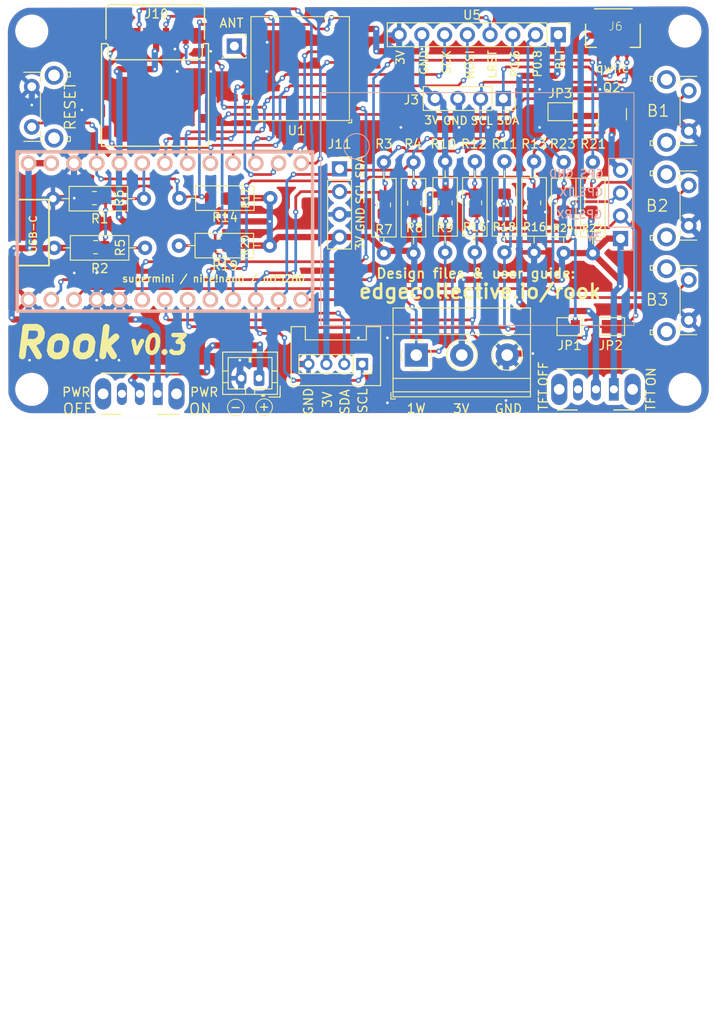
<source format=kicad_pcb>
(kicad_pcb (version 20240108) (generator "pcbnew") (generator_version "8.0")
  (layers (0 "F.Cu" signal) (31 "B.Cu" signal) (34 "B.Paste" user) (35 "F.Paste" user) (36 "B.SilkS" user "B.Silkscreen") (37 "F.SilkS" user "F.Silkscreen") (38 "B.Mask" user) (39 "F.Mask" user) (44 "Edge.Cuts" user))
  (net 0 "")
  (net 1 "P1_06")
  (net 2 "GPS_GND")
  (net 3 "RF_SW")
  (net 4 "MESH_BATT_MEASURE")
  (net 5 "GND")
  (net 6 "BAT")
  (net 7 "GPS_TX")
  (net 8 "GPS_RX")
  (net 9 "3V3")
  (net 10 "MESH_RST")
  (net 11 "Net-(J2-Pin_3)")
  (net 12 "LORA_RST")
  (net 13 "BUSY")
  (net 14 "ANT")
  (net 15 "MOSI")
  (net 16 "MISO")
  (net 17 "DIO1")
  (net 18 "Net-(J2-Pin_2)")
  (net 19 "SCK")
  (net 20 "SCL")
  (net 21 "SDA")
  (net 22 "V_EXT")
  (net 23 "P0_6")
  (net 24 "P0_8")
  (net 28 "BUTTON_A")
  (net 29 "GPS_EN")
  (net 30 "LORA_CS")
  (net 31 "Backlight")
  (footprint "footprints:JST_SH4_SKINNY" (layer "F.Cu") (at 65 -0.4 180)
    (property "Reference" "J6")
    (property "Value" "Conn_01x04_Socket" (hide yes))
  )
  (footprint "Connector_JST:JST_PH_B2B-PH-K_1x02_P2.00mm_Vertical" (layer "F.Cu") (at 25.4 38.75 180)
    (property "Reference" "J1" (hide yes))
    (property "Value" "Conn_01x02_Socket" (hide yes))
  )
  (footprint "footprints:st7789_154in_240x240" (layer "F.Cu") (at 58.84 0.4 -90)
    (property "Reference" "U5")
    (property "Value" "~")
  )
  (footprint "Jumper:SolderJumper-2_P1.3mm_Open_Pad1.0x1.5mm" (layer "F.Cu") (at 64.85 33 180)
    (property "Reference" "JP2")
    (property "Value" "Jumper_2_Open")
  )
  (footprint "footprints:nice_nano_cleanest" (layer "F.Cu") (at 16.15 22.37)
    (property "Reference" "U2" (hide yes))
    (property "Value" "nice_nano_clean" (hide yes))
  )
  (footprint "Resistor_THT:R_Axial_DIN0207_L6.3mm_D2.5mm_P10.16mm_Horizontal" (layer "F.Cu") (at 46.2 24.705 90)
    (property "Reference" "R10")
    (property "Value" "R")
  )
  (footprint "Button_Switch_THT:SW_Tactile_SPST_Angled_PTS645Vx31-2LFS" (layer "F.Cu") (at 73.425 27.7875 -90)
    (property "Reference" "B3")
    (property "Value" "SW_Push" (hide yes))
  )
  (footprint "Resistor_SMD:R_0805_2012Metric_Pad1.20x1.40mm_HandSolder" (layer "F.Cu") (at 7.13 24.12857)
    (property "Reference" "R5")
    (property "Value" "R")
  )
  (footprint "Button_Switch_THT:SW_Tactile_SPST_Angled_PTS645Vx31-2LFS" (layer "F.Cu") (at 73.425 6.6625 -90)
    (property "Reference" "B1")
    (property "Value" "SW_Push" (hide yes))
  )
  (footprint "Jumper:SolderJumper-2_P1.3mm_Open_Pad1.0x1.5mm" (layer "F.Cu") (at 60.1 33 180)
    (property "Reference" "JP1")
    (property "Value" "Jumper_2_Open")
  )
  (footprint "Resistor_SMD:R_0805_2012Metric_Pad1.20x1.40mm_HandSolder" (layer "F.Cu") (at 46.24286 19.175 90)
    (property "Reference" "R9")
    (property "Value" "R")
  )
  (footprint "MountingHole:MountingHole_3.2mm_M3" (layer "F.Cu") (at 0 40)
    (property "Reference" "H4" (hide yes))
    (property "Value" "MountingHole" (hide yes))
  )
  (footprint "Resistor_THT:R_Axial_DIN0207_L6.3mm_D2.5mm_P10.16mm_Horizontal" (layer "F.Cu") (at 56.14286 14.545 -90)
    (property "Reference" "R13")
    (property "Value" "R")
  )
  (footprint "Resistor_SMD:R_0805_2012Metric_Pad1.20x1.40mm_HandSolder" (layer "F.Cu") (at 49.54286 19.175 -90)
    (property "Reference" "R15")
    (property "Value" "R")
  )
  (footprint "Resistor_SMD:R_0805_2012Metric_Pad1.20x1.40mm_HandSolder" (layer "F.Cu") (at 20.9 23.95)
    (property "Reference" "R20")
    (property "Value" "R")
  )
  (footprint "Resistor_SMD:R_0805_2012Metric_Pad1.20x1.40mm_HandSolder" (layer "F.Cu") (at 7 18.65 180)
    (property "Reference" "R6")
    (property "Value" "R")
  )
  (footprint "Package_TO_SOT_SMD:SOT-23" (layer "F.Cu") (at 64.9 9.2625 90)
    (property "Reference" "Q2")
    (property "Value" "2N7002")
  )
  (footprint "Button_Switch_THT:SW_Tactile_SPST_Angled_PTS645Vx31-2LFS" (layer "F.Cu") (at 73.425 17.225 -90)
    (property "Reference" "B2")
    (property "Value" "SW_Push" (hide yes))
  )
  (footprint "Resistor_SMD:R_0805_2012Metric_Pad1.20x1.40mm_HandSolder" (layer "F.Cu") (at 56.14286 19.175 90)
    (property "Reference" "R16")
    (property "Value" "10K")
  )
  (footprint "Resistor_THT:R_Axial_DIN0207_L6.3mm_D2.5mm_P10.16mm_Horizontal" (layer "F.Cu") (at 62.7 14.63 -90)
    (property "Reference" "R21")
    (property "Value" "R")
  )
  (footprint "eg1206:SSW_1825232-1" (layer "F.Cu") (at 65.05 40)
    (property "Reference" "TFT_BL1")
    (property "Value" "Conn_01x03_Socket" (hide yes))
  )
  (footprint "footprints:ssd1306_a" (layer "F.Cu") (at 34.4 15.38)
    (property "Reference" "J11")
    (property "Value" "Conn_01x04_Pin" (hide yes))
  )
  (footprint "Resistor_THT:R_Axial_DIN0207_L6.3mm_D2.5mm_P10.16mm_Horizontal" (layer "F.Cu") (at 12.53 18.707145 180)
    (property "Reference" "R1")
    (property "Value" "R")
  )
  (footprint "footprints:DM3D-SF_outline" (layer "F.Cu") (at 13.8 1.4 180)
    (property "Reference" "J10")
    (property "Value" "Micro_SD_Card" (hide yes))
  )
  (footprint "MountingHole:MountingHole_3.2mm_M3" (layer "F.Cu") (at 0 0)
    (property "Reference" "H1" (hide yes))
    (property "Value" "MountingHole" (hide yes))
  )
  (footprint "Resistor_SMD:R_0805_2012Metric_Pad1.20x1.40mm_HandSolder" (layer "F.Cu") (at 52.84286 19.175 90)
    (property "Reference" "R18")
    (property "Value" "R")
  )
  (footprint "Resistor_THT:R_Axial_DIN0207_L6.3mm_D2.5mm_P10.16mm_Horizontal" (layer "F.Cu") (at 59.45 14.62 -90)
    (property "Reference" "R23")
    (property "Value" "R")
  )
  (footprint "Resistor_SMD:R_0805_2012Metric_Pad1.20x1.40mm_HandSolder" (layer "F.Cu") (at 42.75 19.2 -90)
    (property "Reference" "R8")
    (property "Value" "R")
  )
  (footprint "footprints:ssd1306_a" (layer "F.Cu") (at 52.7 7.525 -90)
    (property "Reference" "J3")
    (property "Value" "Conn_01x04_Pin" (hide yes))
  )
  (footprint "Resistor_THT:R_Axial_DIN0207_L6.3mm_D2.5mm_P10.16mm_Horizontal" (layer "F.Cu") (at 39.35 14.64 -90)
    (property "Reference" "R3")
    (property "Value" "R")
  )
  (footprint "Resistor_SMD:R_0805_2012Metric_Pad1.20x1.40mm_HandSolder" (layer "F.Cu") (at 39.35 19.4 -90)
    (property "Reference" "R7")
    (property "Value" "R")
  )
  (footprint "Resistor_THT:R_Axial_DIN0207_L6.3mm_D2.5mm_P10.16mm_Horizontal" (layer "F.Cu") (at 2.5 24.2)
    (property "Reference" "R2")
    (property "Value" "R")
  )
  (footprint "footprints:grove_a" (layer "F.Cu") (at 36.925 37.175 -90)
    (property "Reference" "U4" (hide yes))
    (property "Value" "grove_a" (hide yes))
  )
  (footprint "MountingHole:MountingHole_3.2mm_M3" (layer "F.Cu") (at 73 0)
    (property "Reference" "H2" (hide yes))
    (property "Value" "MountingHole" (hide yes))
  )
  (footprint "Resistor_SMD:R_0805_2012Metric_Pad1.20x1.40mm_HandSolder" (layer "F.Cu") (at 62.55 19.09 -90)
    (property "Reference" "R22")
    (property "Value" "R")
  )
  (footprint "Resistor_THT:R_Axial_DIN0207_L6.3mm_D2.5mm_P10.16mm_Horizontal" (layer "F.Cu") (at 52.82857 14.545 -90)
    (property "Reference" "R11")
    (property "Value" "R")
  )
  (footprint "Resistor_SMD:R_0805_2012Metric_Pad1.20x1.40mm_HandSolder" (layer "F.Cu") (at 59.4 19.08 -90)
    (property "Reference" "R24")
    (property "Value" "R")
  )
  (footprint "MountingHole:MountingHole_3.2mm_M3" (layer "F.Cu") (at 73 40)
    (property "Reference" "H3" (hide yes))
    (property "Value" "MountingHole" (hide yes))
  )
  (footprint "Resistor_THT:R_Axial_DIN0207_L6.3mm_D2.5mm_P10.16mm_Horizontal" (layer "F.Cu") (at 16.44 23.95)
    (property "Reference" "R19")
    (property "Value" "R")
  )
  (footprint "eg1206:SSW_1825232-1" (layer "F.Cu") (at 14.075 40.5)
    (property "Reference" "J8")
    (property "Value" "Conn_01x03_Socket" (hide yes))
  )
  (footprint "wio-sx1262:wio-sx1262-extended" (layer "F.Cu") (at 35.5 9.98 90)
    (property "Reference" "U1")
    (property "Value" "wio-sx1262")
  )
  (footprint "TerminalBlock_Phoenix:TerminalBlock_Phoenix_MKDS-1,5-3-5.08_1x03_P5.08mm_Horizontal" (layer "F.Cu") (at 42.975 36.175)
    (property "Reference" "J7" (hide yes))
    (property "Value" "Screw_Terminal_01x03" (hide yes))
  )
  (footprint "Button_Switch_THT:SW_Tactile_SPST_Angled_PTS645Vx31-2LFS" (layer "F.Cu") (at 0 10.7 90)
    (property "Reference" "RESET1" (hide yes))
    (property "Value" "SW_Push" (hide yes))
  )
  (footprint "Connector_PinSocket_2.54mm:PinSocket_1x01_P2.54mm_Vertical" (layer "F.Cu") (at 22.64 1.67)
    (property "Reference" "J4" (hide yes))
    (property "Value" "Conn_01x01_Socket" (hide yes))
  )
  (footprint "Resistor_THT:R_Axial_DIN0207_L6.3mm_D2.5mm_P10.16mm_Horizontal" (layer "F.Cu") (at 49.514285 14.545 -90)
    (property "Reference" "R12")
    (property "Value" "R")
  )
  (footprint "Resistor_THT:R_Axial_DIN0207_L6.3mm_D2.5mm_P10.16mm_Horizontal" (layer "F.Cu") (at 16.5 18.65)
    (property "Reference" "R14")
    (property "Value" "R")
  )
  (footprint "Resistor_SMD:R_0805_2012Metric_Pad1.20x1.40mm_HandSolder" (layer "F.Cu") (at 20.96 18.7)
    (property "Reference" "R17")
    (property "Value" "R")
  )
  (footprint "Resistor_THT:R_Axial_DIN0207_L6.3mm_D2.5mm_P10.16mm_Horizontal" (layer "F.Cu") (at 42.664285 14.64 -90)
    (property "Reference" "R4")
    (property "Value" "R")
  )
  (footprint "Jumper:SolderJumper-2_P1.3mm_Open_Pad1.0x1.5mm" (layer "F.Cu") (at 59.1 9)
    (property "Reference" "JP3")
    (property "Value" "Jumper_2_Open")
  )
  (footprint "footprints:gps_ublox_blue" (layer "B.Cu") (at 65.8 23.1625)
    (property "Reference" "J2" (hide yes))
    (property "Value" "Conn_01x04_Pin" (hide yes))
  )
  (gr_circle (center 22.8 42.025) (end 23.5 42.625) (stroke (width 0.1)) (fill none) (layer "F.SilkS"))
  (gr_circle (center 25.975 41.975) (end 26.675 42.575) (stroke (width 0.1)) (fill none) (layer "F.SilkS"))
  (gr_arc (start 73 -3.249999) (mid 75.227386 -2.327386) (end 76.15 -0.1) (stroke (width 0.01)) (layer "Edge.Cuts"))
  (gr_arc (start 76.164152 39.907556) (mid 75.4 42) (end 73.467231 43.107555) (stroke (width 0.01)) (layer "Edge.Cuts"))
  (gr_line (start 73 -3.249999) (end -0.467229 -3.10755) (stroke (width 0.01)) (layer "Edge.Cuts"))
  (gr_arc (start -3.16415 0.092449) (mid -2.4 -2) (end -0.467229 -3.10755) (stroke (width 0.01)) (layer "Edge.Cuts"))
  (gr_line (start -3.16415 0.092449) (end -3.10755 40.467229) (stroke (width 0.01)) (layer "Edge.Cuts"))
  (gr_line (start 76.164152 39.907556) (end 76.15 -0.1) (stroke (width 0.01)) (layer "Edge.Cuts"))
  (gr_line (start 0.092449 43.16415) (end 73.467231 43.107555) (stroke (width 0.01)) (layer "Edge.Cuts"))
  (gr_arc (start 0.092449 43.16415) (mid -2 42.4) (end -3.10755 40.467229) (stroke (width 0.01)) (layer "Edge.Cuts"))
  (gr_text "3V" (at 63.75 23.55 0) (layer "B.SilkS") (effects (font (size 0.9 0.9)) (justify left bottom mirror)))
  (gr_text "GPS_RX" (at 63.85 21 0) (layer "B.SilkS") (effects (font (size 0.9 0.9)) (justify left bottom mirror)))
  (gr_text "GPS_GND" (at 64 16.45 0) (layer "B.SilkS") (effects (font (size 0.9 0.9)) (justify left bottom mirror)))
  (gr_text "GPS_TX" (at 63.95 18.5 0) (layer "B.SilkS") (effects (font (size 0.9 0.9)) (justify left bottom mirror)))
  (gr_text "SDA" (at 51.85 10.5 0) (layer "F.SilkS") (effects (font (size 0.9 0.9)) (justify left bottom)))
  (gr_text "edgecollective.io/rook" (at 36.4 30 0) (layer "F.SilkS") (effects (font (size 1.6 1.6) (thickness 0.3) (bold yes)) (justify left bottom)))
  (gr_text "SCL" (at 48.95 10.525 0) (layer "F.SilkS") (effects (font (size 0.9 0.9)) (justify left bottom)))
  (gr_text "GND" (at 45.875 10.525 0) (layer "F.SilkS") (effects (font (size 0.9 0.9)) (justify left bottom)))
  (gr_text "LRST" (at 52 5.4 90) (layer "F.SilkS") (effects (font (size 0.9 0.9)) (justify left bottom)))
  (gr_text "ON" (at 69.8 39.75 90) (layer "F.SilkS") (effects (font (size 1 1)) (justify left bottom)))
  (gr_text "+" (at 26.475 42.696954 90) (layer "F.SilkS") (effects (font (size 1 1)) (justify left bottom)))
  (gr_text "3V" (at 37.2 24.6 90) (layer "F.SilkS") (effects (font (size 0.9 0.9)) (justify left bottom)))
  (gr_text "SCL" (at 37.575 42.75 90) (layer "F.SilkS") (effects (font (size 1 1)) (justify left bottom)))
  (gr_text "GND" (at 37.25 22.5 90) (layer "F.SilkS") (effects (font (size 0.9 0.9)) (justify left bottom)))
  (gr_text "SDA" (at 35.575 42.9 90) (layer "F.SilkS") (effects (font (size 1 1)) (justify left bottom)))
  (gr_text "ANT" (at 22.325 -0.9 0) (layer "F.SilkS") (effects (font (size 1 1))))
  (gr_text "P0.8" (at 57.05 5.271429 90) (layer "F.SilkS") (effects (font (size 0.9 0.9)) (justify left bottom)))
  (gr_text "GND" (at 44.375 4.971429 90) (layer "F.SilkS") (effects (font (size 0.9 0.9)) (justify left bottom)))
  (gr_text "ON" (at 17.475 42.9 0) (layer "F.SilkS") (effects (font (size 1.2 1.2)) (justify left bottom)))
  (gr_text "SCL" (at 37.25 19.425 90) (layer "F.SilkS") (effects (font (size 0.9 0.9)) (justify left bottom)))
  (gr_text "TFT" (at 69.75 42.5 90) (layer "F.SilkS") (effects (font (size 1 1)) (justify left bottom)))
  (gr_text "Design files & user guide:" (at 38.4 27.7 0) (layer "F.SilkS") (effects (font (size 1.1 1.1) (thickness 0.2) (bold yes)) (justify left bottom)))
  (gr_text "3V" (at 47 42.75 0) (layer "F.SilkS") (effects (font (size 1 1)) (justify left bottom)))
  (gr_text "3V" (at 33.625 42.15 90) (layer "F.SilkS") (effects (font (size 1 1)) (justify left bottom)))
  (gr_text "TFT" (at 57.75 42.5 90) (layer "F.SilkS") (effects (font (size 1 1)) (justify left bottom)))
  (gr_text "3V" (at 41.725 3.857144 90) (layer "F.SilkS") (effects (font (size 0.9 0.9)) (justify left bottom)))
  (gr_text "OFF" (at 57.75 39.75 90) (layer "F.SilkS") (effects (font (size 1 1)) (justify left bottom)))
  (gr_text "GND" (at 31.5 42.975 90) (layer "F.SilkS") (effects (font (size 1 1)) (justify left bottom)))
  (gr_text "SDA" (at 37.225 16.525 90) (layer "F.SilkS") (effects (font (size 0.9 0.9)) (justify left bottom)))
  (gr_text "v0.3" (at 10.6 36.2 0) (layer "F.SilkS") (effects (font (size 2 2) (thickness 0.5) (bold yes) (italic yes)) (justify left bottom)))
  (gr_text "SCK" (at 46.9 4.885715 90) (layer "F.SilkS") (effects (font (size 0.9 0.9)) (justify left bottom)))
  (gr_text "Rook" (at -2.3 36.7 0) (layer "F.SilkS") (effects (font (size 3.2 3.2) (thickness 0.75) (bold yes) (italic yes)) (justify left bottom)))
  (gr_text "GND" (at 51.65 42.75 0) (layer "F.SilkS") (effects (font (size 1 1)) (justify left bottom)))
  (gr_text "qwiic" (at 64.9 4.1 0) (layer "F.SilkS") (effects (font (size 1 1))))
  (gr_text "3V" (at 43.775 10.475 0) (layer "F.SilkS") (effects (font (size 0.9 0.9)) (justify left bottom)))
  (gr_text "MOSI" (at 49.5 5.485714 90) (layer "F.SilkS") (effects (font (size 0.9 0.9)) (justify left bottom)))
  (gr_text "PWR" (at 17.6 40.9 0) (layer "F.SilkS") (effects (font (size 1 1)) (justify left bottom)))
  (gr_text "RESET" (at 5 11.175 90) (layer "F.SilkS") (effects (font (size 1.2 1.2)) (justify left bottom)))
  (gr_text "PWR" (at 3.3 40.9 0) (layer "F.SilkS") (effects (font (size 1 1)) (justify left bottom)))
  (gr_text "OFF" (at 3.375 42.9 0) (layer "F.SilkS") (effects (font (size 1.2 1.2)) (justify left bottom)))
  (gr_text "-" (at 23.5 41.525 180) (layer "F.SilkS") (effects (font (size 1 1)) (justify left bottom)))
  (gr_text "BLT" (at 59.55 4.4 90) (layer "F.SilkS") (effects (font (size 0.9 0.9)) (justify left bottom)))
  (gr_text "1W" (at 41.825 42.7 0) (layer "F.SilkS") (effects (font (size 1 1)) (justify left bottom)))
  (gr_text "P0.6" (at 54.55 5.271429 90) (layer "F.SilkS") (effects (font (size 0.9 0.9)) (justify left bottom)))
  (segment (start 43.4 35.75) (end 42.975 36.175) (width 0.3) (layer "F.Cu") (net 1))
  (segment (start 46.25 21.25) (end 46.25 20.18214) (width 0.3) (layer "F.Cu") (net 1))
  (segment (start 41.74 29.99) (end 30.12 29.99) (width 0.3) (layer "F.Cu") (net 1))
  (segment (start 42.5 30.75) (end 41.74 29.99) (width 0.3) (layer "F.Cu") (net 1))
  (segment (start 16.647957 -2.490734) (end 12.232172 -2.482172) (width 0.3) (layer "F.Cu") (net 1))
  (segment (start 12 0.225) (end 11.7 0.525) (width 0.3) (layer "F.Cu") (net 1))
  (segment (start 46.25 20.18214) (end 46.24286 20.175) (width 0.3) (layer "F.Cu") (net 1))
  (segment (start 29.509266 -2.490734) (end 16.647957 -2.490734) (width 0.3) (layer "F.Cu") (net 1))
  (segment (start 29.75 -2.25) (end 29.509266 -2.490734) (width 0.3) (layer "F.Cu") (net 1))
  (segment (start 12.232172 -2.482172) (end 12 -2.25) (width 0.3) (layer "F.Cu") (net 1))
  (segment (start 45.5 35.75) (end 43.4 35.75) (width 0.3) (layer "F.Cu") (net 1))
  (segment (start 12 -0.75) (end 12 0.225) (width 0.3) (layer "F.Cu") (net 1))
  (via (at 29.75 -2.25) (size 0.6) (drill 0.3) (layers "F.Cu" "B.Cu") (net 1))
  (via (at 45.5 35.75) (size 0.6) (drill 0.3) (layers "F.Cu" "B.Cu") (net 1))
  (via (at 12 -0.75) (size 0.6) (drill 0.3) (layers "F.Cu" "B.Cu") (net 1))
  (via (at 12 -2.25) (size 0.6) (drill 0.3) (layers "F.Cu" "B.Cu") (net 1))
  (via (at 42.5 30.75) (size 0.6) (drill 0.3) (layers "F.Cu" "B.Cu") (net 1))
  (via (at 46.25 21.25) (size 0.6) (drill 0.3) (layers "F.Cu" "B.Cu") (net 1))
  (segment (start 46.2 21.3) (end 46.25 21.25) (width 0.3) (layer "B.Cu") (net 1))
  (segment (start 12 -2.25) (end 12 -0.75) (width 0.3) (layer "B.Cu") (net 1))
  (segment (start 42.975 36.175) (end 42.975 31.225) (width 0.3) (layer "B.Cu") (net 1))
  (segment (start 31.25 -0.75) (end 29.75 -2.25) (width 0.3) (layer "B.Cu") (net 1))
  (segment (start 46.2 35.05) (end 45.5 35.75) (width 0.3) (layer "B.Cu") (net 1))
  (segment (start 31.25 11.5) (end 31.25 -0.75) (width 0.3) (layer "B.Cu") (net 1))
  (segment (start 31.3463 11.5963) (end 31.25 11.5) (width 0.3) (layer "B.Cu") (net 1))
  (segment (start 46.2 24.705) (end 46.2 35.05) (width 0.3) (layer "B.Cu") (net 1))
  (segment (start 31.3463 28.7637) (end 31.3463 11.5963) (width 0.3) (layer "B.Cu") (net 1))
  (segment (start 46.2 24.705) (end 46.2 21.3) (width 0.3) (layer "B.Cu") (net 1))
  (segment (start 42.975 31.225) (end 42.5 30.75) (width 0.3) (layer "B.Cu") (net 1))
  (segment (start 30.12 29.99) (end 31.3463 28.7637) (width 0.3) (layer "B.Cu") (net 1))
  (segment (start 60.225 9.475) (end 59.75 9) (width 0.7) (layer "F.Cu") (net 2))
  (segment (start 64.9 8.325) (end 64.9 11.5) (width 0.7) (layer "F.Cu") (net 2))
  (segment (start 60.425 9.475) (end 64.9 9.475) (width 0.7) (layer "F.Cu") (net 2))
  (segment (start 60.425 9.475) (end 60.225 9.475) (width 0.7) (layer "F.Cu") (net 2))
  (segment (start 64.9 11.5) (end 64.8 11.6) (width 0.7) (layer "F.Cu") (net 2))
  (via (at 64.8 11.6) (size 0.6) (drill 0.3) (layers "F.Cu" "B.Cu") (net 2))
  (segment (start 64.8 11.6) (end 64.8 14.5425) (width 0.7) (layer "B.Cu") (net 2))
  (segment (start 64.8 14.5425) (end 65.8 15.5425) (width 0.7) (layer "B.Cu") (net 2))
  (segment (start 36.85 25.75) (end 37.35 25.25) (width 0.3) (layer "F.Cu") (net 3))
  (segment (start 12.75 25.75) (end 36.85 25.75) (width 0.3) (layer "F.Cu") (net 3))
  (segment (start 37 8.65) (end 35.45 8.65) (width 0.3) (layer "F.Cu") (net 3))
  (via (at 37 8.65) (size 0.6) (drill 0.3) (layers "F.Cu" "B.Cu") (net 3))
  (via (at 12.75 25.75) (size 0.6) (drill 0.3) (layers "F.Cu" "B.Cu") (net 3))
  (via (at 37.35 25.25) (size 0.6) (drill 0.3) (layers "F.Cu" "B.Cu") (net 3))
  (segment (start 37.35 25.25) (end 37.35 9) (width 0.3) (layer "B.Cu") (net 3))
  (segment (start 12.34 29.99) (end 12.34 26.16) (width 0.3) (layer "B.Cu") (net 3))
  (segment (start 37.35 9) (end 37 8.65) (width 0.3) (layer "B.Cu") (net 3))
  (segment (start 12.34 26.16) (end 12.75 25.75) (width 0.3) (layer "B.Cu") (net 3))
  (segment (start 8.25 20) (end 8.25 18.9) (width 0.3) (layer "F.Cu") (net 4))
  (segment (start 8.20143 24.2) (end 8.13 24.12857) (width 0.3) (layer "F.Cu") (net 4))
  (segment (start 8.057145 18.707145) (end 8 18.65) (width 0.3) (layer "F.Cu") (net 4))
  (segment (start 8.13 23.12) (end 8.25 23) (width 0.3) (layer "F.Cu") (net 4))
  (segment (start 12.53 18.707145) (end 8.057145 18.707145) (width 0.3) (layer "F.Cu") (net 4))
  (segment (start 12.66 24.2) (end 8.20143 24.2) (width 0.3) (layer "F.Cu") (net 4))
  (segment (start 8.13 24.12857) (end 8.13 23.12) (width 0.3) (layer "F.Cu") (net 4))
  (segment (start 8.25 18.9) (end 8 18.65) (width 0.3) (layer "F.Cu") (net 4))
  (via (at 8.25 23) (size 0.6) (drill 0.3) (layers "F.Cu" "B.Cu") (net 4))
  (via (at 8.25 20) (size 0.6) (drill 0.3) (layers "F.Cu" "B.Cu") (net 4))
  (segment (start 8.25 23) (end 8.25 20) (width 0.3) (layer "B.Cu") (net 4))
  (segment (start 12.53 14.94) (end 12.34 14.75) (width 0.3) (layer "B.Cu") (net 4))
  (segment (start 12.53 18.707145) (end 12.53 14.94) (width 0.3) (layer "B.Cu") (net 4))
  (segment (start 53.31 36) (end 53.135 36.175) (width 0.7) (layer "F.Cu") (net 5))
  (segment (start 63.5 6.5) (end 66 6.5) (width 0.7) (layer "F.Cu") (net 5))
  (segment (start 6 18.65) (end 4.75 18.65) (width 0.7) (layer "F.Cu") (net 5))
  (segment (start 9.75 36.75) (end 23.25 36.75) (width 0.7) (layer "F.Cu") (net 5))
  (segment (start 47.75 10.75) (end 56.75 10.75) (width 0.7) (layer "F.Cu") (net 5))
  (segment (start 56.25 21.5) (end 51.25 21.5) (width 0.7) (layer "F.Cu") (net 5))
  (segment (start 58.45 10.15) (end 58.45 9) (width 0.7) (layer "F.Cu") (net 5))
  (segment (start 57.85 10.75) (end 58.45 10.15) (width 0.7) (layer "F.Cu") (net 5))
  (segment (start 0 8.25) (end 5.05 8.25) (width 0.7) (layer "F.Cu") (net 5))
  (segment (start 4.75 18.65) (end 2.427145 18.65) (width 0.7) (layer "F.Cu") (net 5))
  (segment (start 40.43 1.03) (end 41.06 0.4) (width 0.7) (layer "F.Cu") (net 5))
  (segment (start 24.55 4.84) (end 25.91 4.84) (width 0.7) (layer "F.Cu") (net 5))
  (segment (start 20 1.15) (end 19.5 0.65) (width 0.7) (layer "F.Cu") (net 5))
  (segment (start 25.91 4.84) (end 26.25 4.5) (width 0.7) (layer "F.Cu") (net 5))
  (segment (start 4.75 27) (end 7.25 27) (width 0.7) (layer "F.Cu") (net 5))
  (segment (start 57.4 20.2) (end 56.16786 20.2) (width 0.7) (layer "F.Cu") (net 5))
  (segment (start 16.25 4.5) (end 20 4.5) (width 0.7) (layer "F.Cu") (net 5))
  (segment (start 51.25 21.5) (end 51 21.25) (width 0.7) (layer "F.Cu") (net 5))
  (segment (start 56.16786 20.2) (end 56.14286 20.175) (width 0.7) (layer "F.Cu") (net 5))
  (segment (start 41.25 10.75) (end 47.75 10.75) (width 0.7) (layer "F.Cu") (net 5))
  (segment (start 26.52 1.03) (end 35.45 1.03) (width 0.7) (layer "F.Cu") (net 5))
  (segment (start 5.05 8.25) (end 5.6 8.8) (width 0.7) (layer "F.Cu") (net 5))
  (segment (start 56.14286 21.39286) (end 56.25 21.5) (width 0.7) (layer "F.Cu") (net 5))
  (segment (start 35.45 1.03) (end 40.43 1.03) (width 0.7) (layer "F.Cu") (net 5))
  (segment (start 20 2.25) (end 20 1.15) (width 0.7) (layer "F.Cu") (net 5))
  (segment (start 39.75 41.5) (end 52.75 41.5) (width 0.7) (layer "F.Cu") (net 5))
  (segment (start -0.25 36.75) (end 7.25 36.75) (width 0.7) (layer "F.Cu") (net 5))
  (segment (start 16.1 0.525) (end 16.1 1.9) (width 0.7) (layer "F.Cu") (net 5))
  (segment (start 20.34 4.84) (end 20 4.5) (width 0.7) (layer "F.Cu") (net 5))
  (segment (start 24 36.75) (end 24.425 37.175) (width 0.7) (layer "F.Cu") (net 5))
  (segment (start 24.55 4.84) (end 20.34 4.84) (width 0.7) (layer "F.Cu") (net 5))
  (segment (start 16.1 1.9) (end 16 2) (width 0.7) (layer "F.Cu") (net 5))
  (segment (start 66.3 9.75) (end 72.0125 9.75) (width 0.7) (layer "F.Cu") (net 5))
  (segment (start 56.75 6.5) (end 63.5 6.5) (width 0.7) (layer "F.Cu") (net 5))
  (segment (start 56 36) (end 53.31 36) (width 0.7) (layer "F.Cu") (net 5))
  (segment (start 26.3 1.25) (end 26.52 1.03) (width 0.7) (layer "F.Cu") (net 5))
  (segment (start 63.5 3.5) (end 63.5 2.114) (width 0.7) (layer "F.Cu") (net 5))
  (segment (start 65.85 10.2) (end 66.3 9.75) (width 0.7) (layer "F.Cu") (net 5))
  (segment (start 7.25 36.75) (end 9.75 36.75) (width 0.7) (layer "F.Cu") (net 5))
  (segment (start 56.75 10.75) (end 57.85 10.75) (width 0.7) (layer "F.Cu") (net 5))
  (segment (start 56.14286 20.175) (end 56.14286 21.39286) (width 0.7) (layer "F.Cu") (net 5))
  (segment (start 24.425 37.175) (end 30.925 37.175) (width 0.7) (layer "F.Cu") (net 5))
  (segment (start 23.25 36.75) (end 24 36.75) (width 0.7) (layer "F.Cu") (net 5))
  (segment (start 36.5 34.25) (end 39.75 34.25) (width 0.7) (layer "F.Cu") (net 5))
  (segment (start 2.427145 18.65) (end 2.37 18.707145) (width 0.7) (layer "F.Cu") (net 5))
  (segment (start 52.75 41.5) (end 53 41.25) (width 0.7) (layer "F.Cu") (net 5))
  (segment (start 72.0125 9.75) (end 73.425 11.1625) (width 0.7) (layer "F.Cu") (net 5))
  (via (at -0.25 36.75) (size 0.6) (drill 0.3) (layers "F.Cu" "B.Cu") (net 5))
  (via (at 0 8.25) (size 0.6) (drill 0.3) (layers "F.Cu" "B.Cu") (net 5))
  (via (at 26.25 4.5) (size 0.6) (drill 0.3) (layers "F.Cu" "B.Cu") (net 5))
  (via (at 39.75 41.5) (size 0.6) (drill 0.3) (layers "F.Cu" "B.Cu") (net 5))
  (via (at 53 41.25) (size 0.6) (drill 0.3) (layers "F.Cu" "B.Cu") (net 5))
  (via (at 56 36) (size 0.6) (drill 0.3) (layers "F.Cu" "B.Cu") (net 5))
  (via (at 16 2) (size 0.6) (drill 0.3) (layers "F.Cu" "B.Cu") (net 5))
  (via (at 23.25 36.75) (size 0.6) (drill 0.3) (layers "F.Cu" "B.Cu") (net 5))
  (via (at 20 2.25) (size 0.6) (drill 0.3) (layers "F.Cu" "B.Cu") (net 5))
  (via (at 41.25 10.75) (size 0.6) (drill 0.3) (layers "F.Cu" "B.Cu") (net 5))
  (via (at 5.6 8.8) (size 0.6) (drill 0.3) (layers "F.Cu" "B.Cu") (net 5))
  (via (at 56.75 6.5) (size 0.6) (drill 0.3) (layers "F.Cu" "B.Cu") (net 5))
  (via (at 9.75 36.75) (size 0.6) (drill 0.3) (layers "F.Cu" "B.Cu") (net 5))
  (via (at 7.25 27) (size 0.6) (drill 0.3) (layers "F.Cu" "B.Cu") (net 5))
  (via (at 16.25 4.5) (size 0.6) (drill 0.3) (layers "F.Cu" "B.Cu") (net 5))
  (via (at 36.5 34.25) (size 0.6) (drill 0.3) (layers "F.Cu" "B.Cu") (net 5))
  (via (at 66 6.5) (size 0.6) (drill 0.3) (layers "F.Cu" "B.Cu") (net 5))
  (via (at 63.5 3.5) (size 0.6) (drill 0.3) (layers "F.Cu" "B.Cu") (net 5))
  (via (at 47.75 10.75) (size 0.6) (drill 0.3) (layers "F.Cu" "B.Cu") (net 5))
  (via (at 39.75 34.25) (size 0.6) (drill 0.3) (layers "F.Cu" "B.Cu") (net 5))
  (via (at 4.75 18.65) (size 0.6) (drill 0.3) (layers "F.Cu" "B.Cu") (net 5))
  (via (at 56.75 10.75) (size 0.6) (drill 0.3) (layers "F.Cu" "B.Cu") (net 5))
  (via (at 57.4 20.2) (size 0.6) (drill 0.3) (layers "F.Cu" "B.Cu") (net 5))
  (via (at 51 21.25) (size 0.6) (drill 0.3) (layers "F.Cu" "B.Cu") (net 5))
  (via (at 4.75 27) (size 0.6) (drill 0.3) (layers "F.Cu" "B.Cu") (net 5))
  (via (at 51 10.75) (size 0.6) (drill 0.3) (layers "F.Cu" "B.Cu") (net 5))
  (via (at 63.5 6.5) (size 0.6) (drill 0.3) (layers "F.Cu" "B.Cu") (net 5))
  (via (at 26.3 1.25) (size 0.6) (drill 0.3) (layers "F.Cu" "B.Cu") (net 5))
  (via (at 7.25 36.75) (size 0.6) (drill 0.3) (layers "F.Cu" "B.Cu") (net 5))
  (via (at 20 4.5) (size 0.6) (drill 0.3) (layers "F.Cu" "B.Cu") (net 5))
  (segment (start 53 36.31) (end 53.135 36.175) (width 0.7) (layer "B.Cu") (net 5))
  (segment (start 7.26 36.74) (end 7.25 36.75) (width 0.7) (layer "B.Cu") (net 5))
  (segment (start 20 4.5) (end 20 2.25) (width 0.7) (layer "B.Cu") (net 5))
  (segment (start 23.4 38.75) (end 23.4 40.6) (width 0.7) (layer "B.Cu") (net 5))
  (segment (start -0.36 36.64) (end -0.25 36.75) (width 0.7) (layer "B.Cu") (net 5))
  (segment (start 5.6 13.87) (end 4.72 14.75) (width 0.7) (layer "B.Cu") (net 5))
  (segment (start 74.85 12.5875) (end 73.425 11.1625) (width 0.7) (layer "B.Cu") (net 5))
  (segment (start 41.06 10.56) (end 41.25 10.75) (width 0.7) (layer "B.Cu") (net 5))
  (segment (start 23.25 36.75) (end 23.25 38.6) (width 0.7) (layer "B.Cu") (net 5))
  (segment (start 56.14286 21.45714) (end 57.4 20.2) (width 0.7) (layer "B.Cu") (net 5))
  (segment (start 4.72 14.75) (end 4.72 26.97) (width 0.7) (layer "B.Cu") (net 5))
  (segment (start 73.425 21.725) (end 74.85 20.3) (width 0.7) (layer "B.Cu") (net 5))
  (segment (start 56.14286 35.85714) (end 56 36) (width 0.7) (layer "B.Cu") (net 5))
  (segment (start 41.06 0.4) (end 41.06 10.56) (width 0.7) (layer "B.Cu") (net 5))
  (segment (start 36.5 20.75) (end 36.21 20.46) (width 0.7) (layer "B.Cu") (net 5))
  (segment (start 63.5 6.5) (end 63.5 3.5) (width 0.7) (layer "B.Cu") (net 5))
  (segment (start 47.75 10.75) (end 47.75 7.655) (width 0.7) (layer "B.Cu") (net 5))
  (segment (start 36.21 20.46) (end 34.4 20.46) (width 0.7) (layer "B.Cu") (net 5))
  (segment (start 25 41.6) (end 25.1 41.5) (width 0.7) (layer "B.Cu") (net 5))
  (segment (start 7.25 27) (end 7.25 29.98) (width 0.7) (layer "B.Cu") (net 5))
  (segment (start 26.25 1.3) (end 26.3 1.25) (width 0.7) (layer "B.Cu") (net 5))
  (segment (start 74.85 23.15) (end 73.425 21.725) (width 0.7) (layer "B.Cu") (net 5))
  (segment (start 16 4.25) (end 16.25 4.5) (width 0.7) (layer "B.Cu") (net 5))
  (segment (start 9.8 36.7) (end 9.75 36.75) (width 0.7) (layer "B.Cu") (net 5))
  (segment (start 5.6 8.8) (end 5.6 13.87) (width 0.7) (layer "B.Cu") (net 5))
  (segment (start 0 6.2) (end 0 8.25) (width 0.7) (layer "B.Cu") (net 5))
  (segment (start 56.14286 24.705) (end 56.14286 35.85714) (width 0.7) (layer "B.Cu") (net 5))
  (segment (start 56.75 10.75) (end 56.75 6.5) (width 0.7) (layer "B.Cu") (net 5))
  (segment (start 7.25 29.98) (end 7.26 29.99) (width 0.7) (layer "B.Cu") (net 5))
  (segment (start 53 41.25) (end 53 36.31) (width 0.7) (layer "B.Cu") (net 5))
  (segment (start 36.5 20.75) (end 36.5 34.25) (width 0.7) (layer "B.Cu") (net 5))
  (segment (start 56.25 24.59786) (end 56.14286 24.705) (width 0.7) (layer "B.Cu") (net 5))
  (segment (start 74.85 30.8625) (end 74.85 23.15) (width 0.7) (layer "B.Cu") (net 5))
  (segment (start 4.72 26.97) (end 4.75 27) (width 0.7) (layer "B.Cu") (net 5))
  (segment (start -0.36 29.99) (end -0.36 36.64) (width 0.7) (layer "B.Cu") (net 5))
  (segment (start 51 10.75) (end 51 21.25) (width 0.7) (layer "B.Cu") (net 5))
  (segment (start 47.75 7.655) (end 47.62 7.525) (width 0.7) (layer "B.Cu") (net 5))
  (segment (start 7.26 29.99) (end 7.26 36.74) (width 0.7) (layer "B.Cu") (net 5))
  (segment (start 39.75 34.25) (end 39.75 41.5) (width 0.7) (layer "B.Cu") (net 5))
  (segment (start 23.25 38.6) (end 23.4 38.75) (width 0.7) (layer "B.Cu") (net 5))
  (segment (start 23.4 40.6) (end 24.4 41.6) (width 0.7) (layer "B.Cu") (net 5))
  (segment (start 24.4 41.6) (end 25 41.6) (width 0.7) (layer "B.Cu") (net 5))
  (segment (start 9.8 29.99) (end 9.8 36.7) (width 0.7) (layer "B.Cu") (net 5))
  (segment (start 16 2) (end 16 4.25) (width 0.7) (layer "B.Cu") (net 5))
  (segment (start 73.425 32.2875) (end 74.85 30.8625) (width 0.7) (layer "B.Cu") (net 5))
  (segment (start 56.14286 24.705) (end 56.14286 21.45714) (width 0.7) (layer "B.Cu") (net 5))
  (segment (start 26.25 4.5) (end 26.25 1.3) (width 0.7) (layer "B.Cu") (net 5))
  (segment (start 25.1 41.5) (end 39.75 41.5) (width 0.7) (layer "B.Cu") (net 5))
  (segment (start 74.85 20.3) (end 74.85 12.5875) (width 0.7) (layer "B.Cu") (net 5))
  (segment (start 2.45 24.25) (end 2.5 24.2) (width 0.7) (layer "F.Cu") (net 6))
  (segment (start 2.5 24.2) (end 6.05857 24.2) (width 0.7) (layer "F.Cu") (net 6))
  (segment (start -0.25 24.25) (end 2.45 24.25) (width 0.7) (layer "F.Cu") (net 6))
  (segment (start 11.6 32.2) (end -2.05 32.2) (width 0.7) (layer "F.Cu") (net 6))
  (segment (start -2 24.25) (end -0.25 24.25) (width 0.7) (layer "F.Cu") (net 6))
  (segment (start 6.05857 24.2) (end 6.13 24.12857) (width 0.7) (layer "F.Cu") (net 6))
  (segment (start -0.36 14.75) (end 2.18 14.75) (width 0.7) (layer "F.Cu") (net 6))
  (segment (start -2.05 32.2) (end -2.25 32) (width 0.7) (layer "F.Cu") (net 6))
  (via (at -2.25 32) (size 0.6) (drill 0.3) (layers "F.Cu" "B.Cu") (net 6))
  (via (at -2 24.25) (size 0.6) (drill 0.3) (layers "F.Cu" "B.Cu") (net 6))
  (via (at -0.25 24.25) (size 0.6) (drill 0.3) (layers "F.Cu" "B.Cu") (net 6))
  (via (at 11.6 32.2) (size 0.6) (drill 0.3) (layers "F.Cu" "B.Cu") (net 6))
  (segment (start 14.075 40.5) (end 14.075 33.575) (width 0.7) (layer "B.Cu") (net 6))
  (segment (start 12.6 32.4) (end 12.4 32.2) (width 0.7) (layer "B.Cu") (net 6))
  (segment (start -0.36 24.14) (end -0.25 24.25) (width 0.7) (layer "B.Cu") (net 6))
  (segment (start 14 33.2) (end 13.2 32.4) (width 0.7) (layer "B.Cu") (net 6))
  (segment (start -0.36 14.75) (end -0.36 24.14) (width 0.7) (layer "B.Cu") (net 6))
  (segment (start 14 33.5) (end 14 33.2) (width 0.7) (layer "B.Cu") (net 6))
  (segment (start -2.25 24.5) (end -2 24.25) (width 0.7) (layer "B.Cu") (net 6))
  (segment (start 12.4 32.2) (end 11.6 32.2) (width 0.7) (layer "B.Cu") (net 6))
  (segment (start 14.075 33.575) (end 14 33.5) (width 0.7) (layer "B.Cu") (net 6))
  (segment (start 13.2 32.4) (end 12.6 32.4) (width 0.7) (layer "B.Cu") (net 6))
  (segment (start -2.25 32) (end -2.25 24.5) (width 0.7) (layer "B.Cu") (net 6))
  (segment (start 52.84286 18.175) (end 52.84286 18.341353) (width 0.3) (layer "F.Cu") (net 7))
  (segment (start 53.1 33.1) (end 53.25 33.25) (width 0.3) (layer "F.Cu") (net 7))
  (segment (start 18.9 33.1) (end 18.8 33) (width 0.3) (layer "F.Cu") (net 7))
  (segment (start 59.2 33.25) (end 59.45 33) (width 0.3) (layer "F.Cu") (net 7))
  (segment (start 18.9 33.1) (end 53.1 33.1) (width 0.3) (layer "F.Cu") (net 7))
  (segment (start 52.84286 18.341353) (end 53.501103 18.999596) (width 0.3) (layer "F.Cu") (net 7))
  (segment (start 18.8 33) (end 17.6 33) (width 0.3) (layer "F.Cu") (net 7))
  (segment (start 53.25 33.25) (end 59.2 33.25) (width 0.3) (layer "F.Cu") (net 7))
  (via (at 53.25 33.25) (size 0.6) (drill 0.3) (layers "F.Cu" "B.Cu") (net 7))
  (via (at 17.6 33) (size 0.6) (drill 0.3) (layers "F.Cu" "B.Cu") (net 7))
  (via (at 53.501103 18.999596) (size 0.6) (drill 0.3) (layers "F.Cu" "B.Cu") (net 7))
  (segment (start 17.42 32.82) (end 17.42 29.99) (width 0.3) (layer "B.Cu") (net 7))
  (segment (start 53.501103 24.032467) (end 52.82857 24.705) (width 0.3) (layer "B.Cu") (net 7))
  (segment (start 53.501103 18.999596) (end 53.501103 24.032467) (width 0.3) (layer "B.Cu") (net 7))
  (segment (start 52.82857 24.705) (end 52.82857 32.82857) (width 0.3) (layer "B.Cu") (net 7))
  (segment (start 52.82857 32.82857) (end 53.25 33.25) (width 0.3) (layer "B.Cu") (net 7))
  (segment (start 17.6 33) (end 17.42 32.82) (width 0.3) (layer "B.Cu") (net 7))
  (segment (start 49.75 20.38214) (end 49.54286 20.175) (width 0.3) (layer "F.Cu") (net 8))
  (segment (start 64.2 33) (end 62.25 33) (width 0.3) (layer "F.Cu") (net 8))
  (segment (start 62.25 33) (end 62 33.25) (width 0.3) (layer "F.Cu") (net 8))
  (segment (start 61.75 34.25) (end 49.75 34.25) (width 0.3) (layer "F.Cu") (net 8))
  (segment (start 15.25 32.25) (end 15 32) (width 0.3) (layer "F.Cu") (net 8))
  (segment (start 49.75 34.25) (end 49.25 33.75) (width 0.3) (layer "F.Cu") (net 8))
  (segment (start 49.25 32.25) (end 15.25 32.25) (width 0.3) (layer "F.Cu") (net 8))
  (segment (start 49.75 21.25) (end 49.75 20.38214) (width 0.3) (layer "F.Cu") (net 8))
  (via (at 61.75 34.25) (size 0.6) (drill 0.3) (layers "F.Cu" "B.Cu") (net 8))
  (via (at 49.75 21.25) (size 0.6) (drill 0.3) (layers "F.Cu" "B.Cu") (net 8))
  (via (at 49.25 33.75) (size 0.6) (drill 0.3) (layers "F.Cu" "B.Cu") (net 8))
  (via (at 49.25 32.25) (size 0.6) (drill 0.3) (layers "F.Cu" "B.Cu") (net 8))
  (via (at 62 33.25) (size 0.6) (drill 0.3) (layers "F.Cu" "B.Cu") (net 8))
  (via (at 15 32) (size 0.6) (drill 0.3) (layers "F.Cu" "B.Cu") (net 8))
  (segment (start 49.25 33.75) (end 49.25 32.25) (width 0.3) (layer "B.Cu") (net 8))
  (segment (start 15 30.11) (end 14.88 29.99) (width 0.3) (layer "B.Cu") (net 8))
  (segment (start 49.75 24.469285) (end 49.75 21.25) (width 0.3) (layer "B.Cu") (net 8))
  (segment (start 15 32) (end 15 30.11) (width 0.3) (layer "B.Cu") (net 8))
  (segment (start 49.514285 31.985715) (end 49.25 32.25) (width 0.3) (layer "B.Cu") (net 8))
  (segment (start 62 33.25) (end 62 34) (width 0.3) (layer "B.Cu") (net 8))
  (segment (start 49.514285 24.705) (end 49.75 24.469285) (width 0.3) (layer "B.Cu") (net 8))
  (segment (start 49.514285 24.705) (end 49.514285 31.985715) (width 0.3) (layer "B.Cu") (net 8))
  (segment (start 62 34) (end 61.75 34.25) (width 0.3) (layer "B.Cu") (net 8))
  (segment (start 13.75 4.25) (end 9.75 4.25) (width 0.7) (layer "F.Cu") (net 9))
  (segment (start 9.75 4.25) (end 9.5 4.5) (width 0.7) (layer "F.Cu") (net 9))
  (segment (start 43.35 2.25) (end 43.6 2) (width 0.7) (layer "F.Cu") (net 9))
  (segment (start 46.16786 18.25) (end 46.24286 18.175) (width 0.7) (layer "F.Cu") (net 9))
  (segment (start 65.75 28.5) (end 65.75 27.84) (width 0.7) (layer "F.Cu") (net 9))
  (segment (start 13.9 2.1) (end 13.75 2.25) (width 0.7) (layer "F.Cu") (net 9))
  (segment (start 48 29.75) (end 43 29.75) (width 0.7) (layer "F.Cu") (net 9))
  (segment (start 34.4 23) (end 27.55 23) (width 0.7) (layer "F.Cu") (net 9))
  (segment (start 35.45 -0.24) (end 38.49 -0.24) (width 0.7) (layer "F.Cu") (net 9))
  (segment (start 26.6 23.95) (end 21.9 23.95) (width 0.7) (layer "F.Cu") (net 9))
  (segment (start 61.25 20.08) (end 62.54 20.08) (width 0.7) (layer "F.Cu") (net 9))
  (segment (start 59.46 24.79) (end 59.45 24.78) (width 0.7) (layer "F.Cu") (net 9))
  (segment (start 62.7 24.79) (end 59.46 24.79) (width 0.7) (layer "F.Cu") (net 9))
  (segment (start 65.8 23.1625) (end 64.3275 23.1625) (width 0.7) (layer "F.Cu") (net 9))
  (segment (start 34.4 23) (end 37.82 23) (width 0.7) (layer "F.Cu") (net 9))
  (segment (start 43 29.75) (end 42.75 29.5) (width 0.7) (layer "F.Cu") (net 9))
  (segment (start 26.6 21.25) (end 10.25 21.25) (width 0.7) (layer "F.Cu") (net 9))
  (segment (start 48.25 27.75) (end 59.25 27.75) (width 0.7) (layer "F.Cu") (net 9))
  (segment (start 62.55 21.2) (end 62.5 21.25) (width 0.7) (layer "F.Cu") (net 9))
  (segment (start 42.75 20) (end 44.25 20) (width 0.7) (layer "F.Cu") (net 9))
  (segment (start 42.664285 24.53) (end 41 24.53) (width 0.7) (layer "F.Cu") (net 9))
  (segment (start 62.55 20.09) (end 62.55 21.2) (width 0.7) (layer "F.Cu") (net 9))
  (segment (start 41 24.53) (end 39.35 24.53) (width 0.7) (layer "F.Cu") (net 9))
  (segment (start 62.25 0.5) (end 62 0.75) (width 0.7) (layer "F.Cu") (net 9))
  (segment (start 39.35 20) (end 42.75 20) (width 0.7) (layer "F.Cu") (net 9))
  (segment (start 22.01 18.65) (end 21.96 18.7) (width 0.7) (layer "F.Cu") (net 9))
  (segment (start 64.5 1) (end 64 0.5) (width 0.7) (layer "F.Cu") (net 9))
  (segment (start 64.5 2.114) (end 64.5 1) (width 0.7) (layer "F.Cu") (net 9))
  (segment (start 38.49 -0.24) (end 38.5 -0.25) (width 0.7) (layer "F.Cu") (net 9))
  (segment (start 27.55 23) (end 26.6 23.95) (width 0.7) (layer "F.Cu") (net 9))
  (segment (start 42.75 20) (end 42.75 21.25) (width 0.7) (layer "F.Cu") (net 9))
  (segment (start 13.9 0.525) (end 13.9 2.1) (width 0.7) (layer "F.Cu") (net 9))
  (segment (start 10.25 21.25) (end 9.75 20.75) (width 0.7) (layer "F.Cu") (net 9))
  (segment (start 65.75 27.84) (end 62.7 24.79) (width 0.7) (layer "F.Cu") (net 9))
  (segment (start 37.82 23) (end 39.35 24.53) (width 0.7) (layer "F.Cu") (net 9))
  (segment (start 64.3275 23.1625) (end 62.7 24.79) (width 0.7) (layer "F.Cu") (net 9))
  (segment (start 59.4 20.08) (end 61.25 20.08) (width 0.7) (layer "F.Cu") (net 9))
  (segment (start 44.5 18.25) (end 46.16786 18.25) (width 0.7) (layer "F.Cu") (net 9))
  (segment (start 62.54 20.08) (end 62.55 20.09) (width 0.7) (layer "F.Cu") (net 9))
  (segment (start 46.24286 17.00714) (end 46.25 17) (width 0.7) (layer "F.Cu") (net 9))
  (segment (start 64 0.5) (end 62.25 0.5) (width 0.7) (layer "F.Cu") (net 9))
  (segment (start 26.66 18.65) (end 22.01 18.65) (width 0.7) (layer "F.Cu") (net 9))
  (segment (start 46.24286 18.175) (end 46.24286 17.00714) (width 0.7) (layer "F.Cu") (net 9))
  (segment (start 44.25 20) (end 44.5 19.75) (width 0.7) (layer "F.Cu") (net 9))
  (segment (start 38.5 2.25) (end 43.35 2.25) (width 0.7) (layer "F.Cu") (net 9))
  (via (at 26.6 21.25) (size 0.6) (drill 0.3) (layers "F.Cu" "B.Cu") (net 9))
  (via (at 44.5 18.25) (size 0.6) (drill 0.3) (layers "F.Cu" "B.Cu") (net 9))
  (via (at 9.75 20.75) (size 0.6) (drill 0.3) (layers "F.Cu" "B.Cu") (net 9))
  (via (at 38.5 2.25) (size 0.6) (drill 0.3) (layers "F.Cu" "B.Cu") (net 9))
  (via (at 48.25 27.75) (size 0.6) (drill 0.3) (layers "F.Cu" "B.Cu") (net 9))
  (via (at 62.5 21.25) (size 0.6) (drill 0.3) (layers "F.Cu" "B.Cu") (net 9))
  (via (at 44.5 19.75) (size 0.6) (drill 0.3) (layers "F.Cu" "B.Cu") (net 9))
  (via (at 13.75 4.25) (size 0.6) (drill 0.3) (layers "F.Cu" "B.Cu") (net 9))
  (via (at 62 0.75) (size 0.6) (drill 0.3) (layers "F.Cu" "B.Cu") (net 9))
  (via (at 46.25 17) (size 0.6) (drill 0.3) (layers "F.Cu" "B.Cu") (net 9))
  (via (at 43.6 2) (size 0.6) (drill 0.3) (layers "F.Cu" "B.Cu") (net 9))
  (via (at 9.5 4.5) (size 0.6) (drill 0.3) (layers "F.Cu" "B.Cu") (net 9))
  (via (at 61.25 20.08) (size 0.6) (drill 0.3) (layers "F.Cu" "B.Cu") (net 9))
  (via (at 13.75 2.25) (size 0.6) (drill 0.3) (layers "F.Cu" "B.Cu") (net 9))
  (via (at 42.75 21.25) (size 0.6) (drill 0.3) (layers "F.Cu" "B.Cu") (net 9))
  (via (at 65.75 28.5) (size 0.6) (drill 0.3) (layers "F.Cu" "B.Cu") (net 9))
  (via (at 38.5 -0.25) (size 0.6) (drill 0.3) (layers "F.Cu" "B.Cu") (net 9))
  (via (at 48 29.75) (size 0.6) (drill 0.3) (layers "F.Cu" "B.Cu") (net 9))
  (via (at 42.75 29.5) (size 0.6) (drill 0.3) (layers "F.Cu" "B.Cu") (net 9))
  (via (at 59.25 27.75) (size 0.6) (drill 0.3) (layers "F.Cu" "B.Cu") (net 9))
  (segment (start 32.925 37.175) (end 32.925 24.475) (width 0.7) (layer "B.Cu") (net 9))
  (segment (start 62.5 21.25) (end 62.5 24.59) (width 0.7) (layer "B.Cu") (net 9))
  (segment (start 62.5 24.59) (end 62.7 24.79) (width 0.7) (layer "B.Cu") (net 9))
  (segment (start 38.5 -0.25) (end 38.5 2.25) (width 0.7) (layer "B.Cu") (net 9))
  (segment (start 26.6 23.95) (end 26.6 18.71) (width 0.7) (layer "B.Cu") (net 9))
  (segment (start 45.08 7.525) (end 45.525 7.525) (width 0.7) (layer "B.Cu") (net 9))
  (segment (start 48 28) (end 48.25 27.75) (width 0.7) (layer "B.Cu") (net 9))
  (segment (start 13.75 2.25) (end 13.75 4.25) (width 0.7) (layer "B.Cu") (net 9))
  (segment (start 46 8.75) (end 46.2 8.95) (width 0.7) (layer "B.Cu") (net 9))
  (segment (start 46.25 14.595) (end 46.2 14.545) (width 0.7) (layer "B.Cu") (net 9))
  (segment (start 61.35 1.4) (end 61.35 19.98) (width 0.7) (layer "B.Cu") (net 9))
  (segment (start 43.6 2) (end 43.6 6.045) (width 0.7) (layer "B.Cu") (net 9))
  (segment (start 59.25 24.98) (end 59.45 24.78) (width 0.7) (layer "B.Cu") (net 9))
  (segment (start 9.5 4.5) (end 9.8 4.8) (width 0.7) (layer "B.Cu") (net 9))
  (segment (start 9.75 14.8) (end 9.8 14.75) (width 0.7) (layer "B.Cu") (net 9))
  (segment (start 45.525 7.525) (end 46 8) (width 0.7) (layer "B.Cu") (net 9))
  (segment (start 65.05 40) (end 65.05 29.2) (width 0.7) (layer "B.Cu") (net 9))
  (segment (start 9.8 4.8) (end 9.8 14.75) (width 0.7) (layer "B.Cu") (net 9))
  (segment (start 42.75 29.5) (end 42.75 24.615715) (width 0.7) (layer "B.Cu") (net 9))
  (segment (start 59.25 27.75) (end 59.25 24.98) (width 0.7) (layer "B.Cu") (net 9))
  (segment (start 48 29.75) (end 48 28) (width 0.7) (layer "B.Cu") (net 9))
  (segment (start 48.055 29.805) (end 48 29.75) (width 0.7) (layer "B.Cu") (net 9))
  (segment (start 46 8) (end 46 8.75) (width 0.7) (layer "B.Cu") (net 9))
  (segment (start 46.25 17) (end 46.25 14.595) (width 0.7) (layer "B.Cu") (net 9))
  (segment (start 48.055 36.175) (end 48.055 29.805) (width 0.7) (layer "B.Cu") (net 9))
  (segment (start 32.925 24.475) (end 34.4 23) (width 0.7) (layer "B.Cu") (net 9))
  (segment (start 65.05 29.2) (end 65.75 28.5) (width 0.7) (layer "B.Cu") (net 9))
  (segment (start 42.75 24.615715) (end 42.664285 24.53) (width 0.7) (layer "B.Cu") (net 9))
  (segment (start 62.75 24.84) (end 62.7 24.79) (width 0.7) (layer "B.Cu") (net 9))
  (segment (start 46.2 8.95) (end 46.2 14.545) (width 0.7) (layer "B.Cu") (net 9))
  (segment (start 61.35 19.98) (end 61.25 20.08) (width 0.7) (layer "B.Cu") (net 9))
  (segment (start 43.6 6.045) (end 45.08 7.525) (width 0.7) (layer "B.Cu") (net 9))
  (segment (start 65.8 28.45) (end 65.75 28.5) (width 0.7) (layer "B.Cu") (net 9))
  (segment (start 43.6 0.4) (end 43.6 2) (width 0.7) (layer "B.Cu") (net 9))
  (segment (start 44.5 19.75) (end 44.5 18.25) (width 0.7) (layer "B.Cu") (net 9))
  (segment (start 26.6 18.71) (end 26.66 18.65) (width 0.7) (layer "B.Cu") (net 9))
  (segment (start 9.75 20.75) (end 9.75 14.8) (width 0.7) (layer "B.Cu") (net 9))
  (segment (start 42.75 24.444285) (end 42.664285 24.53) (width 0.7) (layer "B.Cu") (net 9))
  (segment (start 62 0.75) (end 61.35 1.4) (width 0.7) (layer "B.Cu") (net 9))
  (segment (start 65.8 23.1625) (end 65.8 28.45) (width 0.7) (layer "B.Cu") (net 9))
  (segment (start 42.75 21.25) (end 42.75 24.444285) (width 0.7) (layer "B.Cu") (net 9))
  (segment (start 33 -0.25) (end 31.75 -0.25) (width 0.3) (layer "F.Cu") (net 10))
  (segment (start 19 18.5) (end 16.65 18.5) (width 0.3) (layer "F.Cu") (net 10))
  (segment (start 19 18.5) (end 19.76 18.5) (width 0.3) (layer "F.Cu") (net 10))
  (segment (start 6.5 10.25) (end 0.45 10.25) (width 0.3) (layer "F.Cu") (net 10))
  (segment (start 19 -0.75) (end 18.75 -1) (width 0.3) (layer "F.Cu") (net 10))
  (segment (start 7.75 16.5) (end 16 16.5) (width 0.3) (layer "F.Cu") (net 10))
  (segment (start 16 16.5) (end 16.25 16.75) (width 0.3) (layer "F.Cu") (net 10))
  (segment (start 6.75 10.5) (end 6.5 10.25) (width 0.3) (layer "F.Cu") (net 10))
  (segment (start 16.65 18.5) (end 16.5 18.65) (width 0.3) (layer "F.Cu") (net 10))
  (segment (start 0.45 10.25) (end 0 10.7) (width 0.3) (layer "F.Cu") (net 10))
  (segment (start 50.75 -1.5) (end 33.5 -1.5) (width 0.3) (layer "F.Cu") (net 10))
  (segment (start 31.25 -0.75) (end 19 -0.75) (width 0.3) (layer "F.Cu") (net 10))
  (segment (start 19.76 18.5) (end 19.96 18.7) (width 0.3) (layer "F.Cu") (net 10))
  (segment (start 31.75 -0.25) (end 31.25 -0.75) (width 0.3) (layer "F.Cu") (net 10))
  (via (at 33.5 -1.5) (size 0.6) (drill 0.3) (layers "F.Cu" "B.Cu") (net 10))
  (via (at 19 18.5) (size 0.6) (drill 0.3) (layers "F.Cu" "B.Cu") (net 10))
  (via (at 18.75 -1) (size 0.6) (drill 0.3) (layers "F.Cu" "B.Cu") (net 10))
  (via (at 50.75 -1.5) (size 0.6) (drill 0.3) (layers "F.Cu" "B.Cu") (net 10))
  (via (at 6.75 10.5) (size 0.6) (drill 0.3) (layers "F.Cu" "B.Cu") (net 10))
  (via (at 16.25 16.75) (size 0.6) (drill 0.3) (layers "F.Cu" "B.Cu") (net 10))
  (via (at 7.75 16.5) (size 0.6) (drill 0.3) (layers "F.Cu" "B.Cu") (net 10))
  (via (at 33 -0.25) (size 0.6) (drill 0.3) (layers "F.Cu" "B.Cu") (net 10))
  (segment (start 16.25 16.75) (end 16.25 18.4) (width 0.3) (layer "B.Cu") (net 10))
  (segment (start 7.26 16.01) (end 7.75 16.5) (width 0.3) (layer "B.Cu") (net 10))
  (segment (start 7.26 14.75) (end 7.26 11.01) (width 0.3) (layer "B.Cu") (net 10))
  (segment (start 33.25 -1.25) (end 33.25 -0.75) (width 0.3) (layer "B.Cu") (net 10))
  (segment (start 18.75 2.2337) (end 18.7337 2.25) (width 0.3) (layer "B.Cu") (net 10))
  (segment (start 7.26 11.01) (end 6.75 10.5) (width 0.3) (layer "B.Cu") (net 10))
  (segment (start 18.7337 18.2337) (end 19 18.5) (width 0.3) (layer "B.Cu") (net 10))
  (segment (start 7.26 14.75) (end 7.26 16.01) (width 0.3) (layer "B.Cu") (net 10))
  (segment (start 33.25 -0.75) (end 33 -0.5) (width 0.3) (layer "B.Cu") (net 10))
  (segment (start 18.7337 2.0163) (end 18.7337 2.25) (width 0.3) (layer "B.Cu") (net 10))
  (segment (start 51.22 0.4) (end 51.22 -1.03) (width 0.3) (layer "B.Cu") (net 10))
  (segment (start 33 -0.5) (end 33 -0.25) (width 0.3) (layer "B.Cu") (net 10))
  (segment (start 33.5 -1.5) (end 33.25 -1.25) (width 0.3) (layer "B.Cu") (net 10))
  (segment (start 18.75 -1) (end 18.75 2.2337) (width 0.3) (layer "B.Cu") (net 10))
  (segment (start 16.25 18.4) (end 16.5 18.65) (width 0.3) (layer "B.Cu") (net 10))
  (segment (start 51.22 -1.03) (end 50.75 -1.5) (width 0.3) (layer "B.Cu") (net 10))
  (segment (start 18.7337 2.25) (end 18.7337 18.2337) (width 0.3) (layer "B.Cu") (net 10))
  (segment (start 52.75 20.08214) (end 52.84286 20.175) (width 0.3) (layer "F.Cu") (net 11))
  (segment (start 60.5 23) (end 60 23.5) (width 0.3) (layer "F.Cu") (net 11))
  (segment (start 54 23.5) (end 53 23.5) (width 0.3) (layer "F.Cu") (net 11))
  (segment (start 52.75 19.275) (end 52.75 20.08214) (width 0.3) (layer "F.Cu") (net 11))
  (segment (start 53 23.5) (end 52.75 23.25) (width 0.3) (layer "F.Cu") (net 11))
  (segment (start 64.71 19.04) (end 60.69 19.04) (width 0.3) (layer "F.Cu") (net 11))
  (segment (start 64.75 19) (end 64.71 19.04) (width 0.3) (layer "F.Cu") (net 11))
  (segment (start 60.75 33) (end 60.75 32.1) (width 0.3) (layer "F.Cu") (net 11))
  (segment (start 60 23.5) (end 54 23.5) (width 0.3) (layer "F.Cu") (net 11))
  (segment (start 60.69 19.04) (end 60.5 19.23) (width 0.3) (layer "F.Cu") (net 11))
  (via (at 52.75 19.275) (size 0.6) (drill 0.3) (layers "F.Cu" "B.Cu") (net 11))
  (via (at 60.5 23) (size 0.6) (drill 0.3) (layers "F.Cu" "B.Cu") (net 11))
  (via (at 52.75 23.25) (size 0.6) (drill 0.3) (layers "F.Cu" "B.Cu") (net 11))
  (via (at 64.75 19) (size 0.6) (drill 0.3) (layers "F.Cu" "B.Cu") (net 11))
  (via (at 60.5 19.23) (size 0.6) (drill 0.3) (layers "F.Cu" "B.Cu") (net 11))
  (via (at 60.75 32.1) (size 0.6) (drill 0.3) (layers "F.Cu" "B.Cu") (net 11))
  (segment (start 60.75 32.1) (end 60.75 23.25) (width 0.3) (layer "B.Cu") (net 11))
  (segment (start 65.8 18.0825) (end 65.6675 18.0825) (width 0.3) (layer "B.Cu") (net 11))
  (segment (start 65.6675 18.0825) (end 64.75 19) (width 0.3) (layer "B.Cu") (net 11))
  (segment (start 60.5 19.23) (end 60.5 23) (width 0.3) (layer "B.Cu") (net 11))
  (segment (start 60.75 23.25) (end 60.5 23) (width 0.3) (layer "B.Cu") (net 11))
  (segment (start 52.82857 19.19643) (end 52.75 19.275) (width 0.3) (layer "B.Cu") (net 11))
  (segment (start 52.75 23.25) (end 52.75 19.275) (width 0.3) (layer "B.Cu") (net 11))
  (segment (start 52.82857 14.545) (end 52.82857 19.19643) (width 0.3) (layer "B.Cu") (net 11))
  (segment (start 33 3.5) (end 35.38 3.5) (width 0.3) (layer "F.Cu") (net 12))
  (segment (start 30.12 14.75) (end 31.75 14.75) (width 0.3) (layer "F.Cu") (net 12))
  (segment (start 31.75 14.75) (end 32.25 14.25) (width 0.3) (layer "F.Cu") (net 12))
  (segment (start 35.38 3.5) (end 35.45 3.57) (width 0.3) (layer "F.Cu") (net 12))
  (via (at 32.25 14.25) (size 0.6) (drill 0.3) (layers "F.Cu" "B.Cu") (net 12))
  (via (at 33 3.5) (size 0.6) (drill 0.3) (layers "F.Cu" "B.Cu") (net 12))
  (segment (start 32.25 4.25) (end 33 3.5) (width 0.3) (layer "B.Cu") (net 12))
  (segment (start 32.25 14.25) (end 32.25 4.25) (width 0.3) (layer "B.Cu") (net 12))
  (segment (start 23 6.25) (end 24.41 6.25) (width 0.3) (layer "F.Cu") (net 13))
  (segment (start 16.25 12) (end 15.25 12) (width 0.3) (layer "F.Cu") (net 13))
  (segment (start 24.41 6.25) (end 24.55 6.11) (width 0.3) (layer "F.Cu") (net 13))
  (segment (start 16.25 12) (end 22.25 12) (width 0.3) (layer "F.Cu") (net 13))
  (segment (start 15.25 12) (end 15 12.25) (width 0.3) (layer "F.Cu") (net 13))
  (via (at 23 6.25) (size 0.6) (drill 0.3) (layers "F.Cu" "B.Cu") (net 13))
  (via (at 15 12.25) (size 0.6) (drill 0.3) (layers "F.Cu" "B.Cu") (net 13))
  (via (at 22.25 12) (size 0.6) (drill 0.3) (layers "F.Cu" "B.Cu") (net 13))
  (segment (start 14.88 14.75) (end 14.88 13.5) (width 0.3) (layer "B.Cu") (net 13))
  (segment (start 22.25 12) (end 22.75 11.5) (width 0.3) (layer "B.Cu") (net 13))
  (segment (start 22.75 11.25) (end 22.75 6.5) (width 0.3) (layer "B.Cu") (net 13))
  (segment (start 15 13.38) (end 14.88 13.5) (width 0.3) (layer "B.Cu") (net 13))
  (segment (start 22.75 6.5) (end 23 6.25) (width 0.3) (layer "B.Cu") (net 13))
  (segment (start 14.88 13.5) (end 14.88 13.37) (width 0.3) (layer "B.Cu") (net 13))
  (segment (start 22.75 11.5) (end 22.75 11.25) (width 0.3) (layer "B.Cu") (net 13))
  (segment (start 15 12.25) (end 15 13.38) (width 0.3) (layer "B.Cu") (net 13))
  (segment (start 24.55 3.57) (end 24.54 3.57) (width 0.3) (layer "F.Cu") (net 14))
  (segment (start 24.54 3.57) (end 22.64 1.67) (width 0.3) (layer "F.Cu") (net 14))
  (segment (start 12.8 1.7) (end 12.5 2) (width 0.3) (layer "F.Cu") (net 15))
  (segment (start 8.95 12.533012) (end 9.416988 13) (width 0.3) (layer "F.Cu") (net 15))
  (segment (start 11.25 2) (end 9.25 2) (width 0.3) (layer "F.Cu") (net 15))
  (segment (start 48.25 5.5) (end 47.64 6.11) (width 0.3) (layer "F.Cu") (net 15))
  (segment (start 9.416988 13) (end 20 13) (width 0.3) (layer "F.Cu") (net 15))
  (segment (start 35.45 6.11) (end 28.89 6.11) (width 0.3) (layer "F.Cu") (net 15))
  (segment (start 9.25 2) (end 8.75 2.5) (width 0.3) (layer "F.Cu") (net 15))
  (segment (start 20.25 12.75) (end 20 13) (width 0.3) (layer "F.Cu") (net 15))
  (segment (start 12.5 2) (end 11.25 2) (width 0.3) (layer "F.Cu") (net 15))
  (segment (start 12.8 0.525) (end 12.8 1.7) (width 0.3) (layer "F.Cu") (net 15))
  (segment (start 27.25 12.75) (end 20.25 12.75) (width 0.3) (layer "F.Cu") (net 15))
  (segment (start 28.89 6.11) (end 28.5 6.5) (width 0.3) (layer "F.Cu") (net 15))
  (segment (start 47.64 6.11) (end 35.45 6.11) (width 0.3) (layer "F.Cu") (net 15))
  (via (at 27.25 12.75) (size 0.6) (drill 0.3) (layers "F.Cu" "B.Cu") (net 15))
  (via (at 8.95 12.533012) (size 0.6) (drill 0.3) (layers "F.Cu" "B.Cu") (net 15))
  (via (at 8.75 2.5) (size 0.6) (drill 0.3) (layers "F.Cu" "B.Cu") (net 15))
  (via (at 48.25 5.5) (size 0.6) (drill 0.3) (layers "F.Cu" "B.Cu") (net 15))
  (via (at 28.5 6.5) (size 0.6) (drill 0.3) (layers "F.Cu" "B.Cu") (net 15))
  (via (at 20 13) (size 0.6) (drill 0.3) (layers "F.Cu" "B.Cu") (net 15))
  (segment (start 20 13) (end 20 14.71) (width 0.3) (layer "B.Cu") (net 15))
  (segment (start 8.75 12.333012) (end 8.95 12.533012) (width 0.3) (layer "B.Cu") (net 15))
  (segment (start 27.75 7.25) (end 27.75 12.25) (width 0.3) (layer "B.Cu") (net 15))
  (segment (start 8.75 2.5) (end 8.75 12.333012) (width 0.3) (layer "B.Cu") (net 15))
  (segment (start 20 14.71) (end 19.96 14.75) (width 0.3) (layer "B.Cu") (net 15))
  (segment (start 28.5 6.5) (end 27.75 7.25) (width 0.3) (layer "B.Cu") (net 15))
  (segment (start 48.68 5.07) (end 48.25 5.5) (width 0.3) (layer "B.Cu") (net 15))
  (segment (start 48.68 0.4) (end 48.68 5.07) (width 0.3) (layer "B.Cu") (net 15))
  (segment (start 27.75 12.25) (end 27.25 12.75) (width 0.3) (layer "B.Cu") (net 15))
  (segment (start 17.5 3.5) (end 20.76 3.5) (width 0.3) (layer "F.Cu") (net 16))
  (segment (start 17.6 11.25) (end 17.5 11.35) (width 0.3) (layer "F.Cu") (net 16))
  (segment (start 20.76 3.5) (end 21.25 3.99) (width 0.3) (layer "F.Cu") (net 16))
  (segment (start 17.2 1.7) (end 17.25 1.75) (width 0.3) (layer "F.Cu") (net 16))
  (segment (start 25.75 11) (end 25.5 11.25) (width 0.3) (layer "F.Cu") (net 16))
  (segment (start 35.45 7.38) (end 26.72 7.38) (width 0.3) (layer "F.Cu") (net 16))
  (segment (start 25.5 11.25) (end 17.6 11.25) (width 0.3) (layer "F.Cu") (net 16))
  (segment (start 17.2 0.525) (end 17.2 1.7) (width 0.3) (layer "F.Cu") (net 16))
  (segment (start 26.72 7.38) (end 26.35 7.75) (width 0.3) (layer "F.Cu") (net 16))
  (segment (start 21.5 8.5) (end 26 8.5) (width 0.3) (layer "F.Cu") (net 16))
  (via (at 25.75 11) (size 0.6) (drill 0.3) (layers "F.Cu" "B.Cu") (net 16))
  (via (at 17.5 3.5) (size 0.6) (drill 0.3) (layers "F.Cu" "B.Cu") (net 16))
  (via (at 21.5 8.5) (size 0.6) (drill 0.3) (layers "F.Cu" "B.Cu") (net 16))
  (via (at 17.25 1.75) (size 0.6) (drill 0.3) (layers "F.Cu" "B.Cu") (net 16))
  (via (at 17.5 11.35) (size 0.6) (drill 0.3) (layers "F.Cu" "B.Cu") (net 16))
  (via (at 21.25 3.99) (size 0.6) (drill 0.3) (layers "F.Cu" "B.Cu") (net 16))
  (via (at 26 8.5) (size 0.6) (drill 0.3) (layers "F.Cu" "B.Cu") (net 16))
  (via (at 26.35 7.75) (size 0.6) (drill 0.3) (layers "F.Cu" "B.Cu") (net 16))
  (segment (start 17.25 2.75) (end 17.25 3.25) (width 0.3) (layer "B.Cu") (net 16))
  (segment (start 17.25 11.6) (end 17.25 14.58) (width 0.3) (layer "B.Cu") (net 16))
  (segment (start 26 10.75) (end 25.75 11) (width 0.3) (layer "B.Cu") (net 16))
  (segment (start 17.25 3.25) (end 17.5 3.5) (width 0.3) (layer "B.Cu") (net 16))
  (segment (start 26 8.5) (end 26 10.75) (width 0.3) (layer "B.Cu") (net 16))
  (segment (start 17.5 11.35) (end 17.25 11.6) (width 0.3) (layer "B.Cu") (net 16))
  (segment (start 21.25 8) (end 21.25 8.25) (width 0.3) (layer "B.Cu") (net 16))
  (segment (start 17.25 14.58) (end 17.42 14.75) (width 0.3) (layer "B.Cu") (net 16))
  (segment (start 17.25 1.75) (end 17.25 2.75) (width 0.3) (layer "B.Cu") (net 16))
  (segment (start 26.35 7.75) (end 26 8.1) (width 0.3) (layer "B.Cu") (net 16))
  (segment (start 21.25 3.99) (end 21.25 8) (width 0.3) (layer "B.Cu") (net 16))
  (segment (start 21.25 8.25) (end 21.5 8.5) (width 0.3) (layer "B.Cu") (net 16))
  (segment (start 26 8.1) (end 26 8.5) (width 0.3) (layer "B.Cu") (net 16))
  (segment (start 24.494191 16.013448) (end 26.736552 16.013448) (width 0.3) (layer "F.Cu") (net 17))
  (segment (start 24.47 7.38) (end 24 7.85) (width 0.3) (layer "F.Cu") (net 17))
  (segment (start 24.55 7.38) (end 24.47 7.38) (width 0.3) (layer "F.Cu") (net 17))
  (segment (start 26.736552 16.013448) (end 27 15.75) (width 0.3) (layer "F.Cu") (net 17))
  (via (at 24.494191 16.013448) (size 0.6) (drill 0.3) (layers "F.Cu" "B.Cu") (net 17))
  (via (at 27 15.75) (size 0.6) (drill 0.3) (layers "F.Cu" "B.Cu") (net 17))
  (via (at 24 7.85) (size 0.6) (drill 0.3) (layers "F.Cu" "B.Cu") (net 17))
  (segment (start 27 15.33) (end 27.58 14.75) (width 0.3) (layer "B.Cu") (net 17))
  (segment (start 27 15.75) (end 27 15.33) (width 0.3) (layer "B.Cu") (net 17))
  (segment (start 24 7.85) (end 23.8137 8.0363) (width 0.3) (layer "B.Cu") (net 17))
  (segment (start 23.8137 15.332957) (end 24.494191 16.013448) (width 0.3) (layer "B.Cu") (net 17))
  (segment (start 23.8137 8.0363) (end 23.8137 15.332957) (width 0.3) (layer "B.Cu") (net 17))
  (segment (start 49 22.5) (end 49.15 22.35) (width 0.3) (layer "F.Cu") (net 18))
  (segment (start 59.35 22.35) (end 59.75 21.95) (width 0.3) (layer "F.Cu") (net 18))
  (segment (start 65.8 20.6225) (end 64.4725 21.95) (width 0.3) (layer "F.Cu") (net 18))
  (segment (start 49.5 18.13214) (end 49.54286 18.175) (width 0.3) (layer "F.Cu") (net 18))
  (segment (start 48.575 18.175) (end 48.25 18.5) (width 0.3) (layer "F.Cu") (net 18))
  (segment (start 64.4725 21.95) (end 59.75 21.95) (width 0.3) (layer "F.Cu") (net 18))
  (segment (start 65.5 33) (end 66.25 33) (width 0.3) (layer "F.Cu") (net 18))
  (segment (start 66.25 33) (end 67.5 31.75) (width 0.3) (layer "F.Cu") (net 18))
  (segment (start 49.54286 18.175) (end 48.575 18.175) (width 0.3) (layer "F.Cu") (net 18))
  (segment (start 49.15 22.35) (end 59.35 22.35) (width 0.3) (layer "F.Cu") (net 18))
  (segment (start 49.5 17) (end 49.5 18.13214) (width 0.3) (layer "F.Cu") (net 18))
  (via (at 49 22.5) (size 0.6) (drill 0.3) (layers "F.Cu" "B.Cu") (net 18))
  (via (at 49.5 17) (size 0.6) (drill 0.3) (layers "F.Cu" "B.Cu") (net 18))
  (via (at 67.5 31.75) (size 0.6) (drill 0.3) (layers "F.Cu" "B.Cu") (net 18))
  (via (at 48.25 18.5) (size 0.6) (drill 0.3) (layers "F.Cu" "B.Cu") (net 18))
  (segment (start 48.25 18.5) (end 48.25 21.75) (width 0.3) (layer "B.Cu") (net 18))
  (segment (start 67.5 22.3225) (end 65.8 20.6225) (width 0.3) (layer "B.Cu") (net 18))
  (segment (start 48.25 21.75) (end 49 22.5) (width 0.3) (layer "B.Cu") (net 18))
  (segment (start 49.514285 16.985715) (end 49.5 17) (width 0.3) (layer "B.Cu") (net 18))
  (segment (start 67.5 31.75) (end 67.5 22.3225) (width 0.3) (layer "B.Cu") (net 18))
  (segment (start 49.514285 14.545) (end 49.514285 16.985715) (width 0.3) (layer "B.Cu") (net 18))
  (segment (start 35.45 4.84) (end 28.41 4.84) (width 0.3) (layer "F.Cu") (net 19))
  (segment (start 45.34 4.84) (end 35.45 4.84) (width 0.3) (layer "F.Cu") (net 19))
  (segment (start 45.5 5) (end 45.34 4.84) (width 0.3) (layer "F.Cu") (net 19))
  (segment (start 26.6 -1.65) (end 15.4 -1.65) (width 0.3) (layer "F.Cu") (net 19))
  (segment (start 28.41 4.84) (end 28 5.25) (width 0.3) (layer "F.Cu") (net 19))
  (segment (start 26.5 12) (end 25.25 12) (width 0.3) (layer "F.Cu") (net 19))
  (segment (start 15 -0.75) (end 15 0.525) (width 0.3) (layer "F.Cu") (net 19))
  (segment (start 15.4 -1.65) (end 15.25 -1.5) (width 0.3) (layer "F.Cu") (net 19))
  (segment (start 26.75 -1.5) (end 26.6 -1.65) (width 0.3) (layer "F.Cu") (net 19))
  (via (at 45.5 5) (size 0.6) (drill 0.3) (layers "F.Cu" "B.Cu") (net 19))
  (via (at 28 5.25) (size 0.6) (drill 0.3) (layers "F.Cu" "B.Cu") (net 19))
  (via (at 15.25 -1.5) (size 0.6) (drill 0.3) (layers "F.Cu" "B.Cu") (net 19))
  (via (at 25.25 12) (size 0.6) (drill 0.3) (layers "F.Cu" "B.Cu") (net 19))
  (via (at 26.75 -1.5) (size 0.6) (drill 0.3) (layers "F.Cu" "B.Cu") (net 19))
  (via (at 26.5 12) (size 0.6) (drill 0.3) (layers "F.Cu" "B.Cu") (net 19))
  (via (at 15 -0.75) (size 0.6) (drill 0.3) (layers "F.Cu" "B.Cu") (net 19))
  (segment (start 26.75 12) (end 26.5 12) (width 0.3) (layer "B.Cu") (net 19))
  (segment (start 46.14 0.4) (end 46.14 4.36) (width 0.3) (layer "B.Cu") (net 19))
  (segment (start 15.25 -1) (end 15 -0.75) (width 0.3) (layer "B.Cu") (net 19))
  (segment (start 25.25 12) (end 24.75 12.5) (width 0.3) (layer "B.Cu") (net 19))
  (segment (start 27 -1) (end 27 -1.25) (width 0.3) (layer "B.Cu") (net 19))
  (segment (start 27 2.5) (end 27 -1) (width 0.3) (layer "B.Cu") (net 19))
  (segment (start 46.14 4.36) (end 45.5 5) (width 0.3) (layer "B.Cu") (net 19))
  (segment (start 27 6.25) (end 27 11.75) (width 0.3) (layer "B.Cu") (net 19))
  (segment (start 27 6.25) (end 27 2.5) (width 0.3) (layer "B.Cu") (net 19))
  (segment (start 15.25 -1.5) (end 15.25 -1) (width 0.3) (layer "B.Cu") (net 19))
  (segment (start 24.75 12.5) (end 24.75 14.46) (width 0.3) (layer "B.Cu") (net 19))
  (segment (start 27 11.75) (end 26.75 12) (width 0.3) (layer "B.Cu") (net 19))
  (segment (start 27 -1.25) (end 26.75 -1.5) (width 0.3) (layer "B.Cu") (net 19))
  (segment (start 28 5.25) (end 27 6.25) (width 0.3) (layer "B.Cu") (net 19))
  (segment (start 24.75 14.46) (end 25.04 14.75) (width 0.3) (layer "B.Cu") (net 19))
  (segment (start 25.5 33.75) (end 27.75 33.75) (width 0.3) (layer "F.Cu") (net 20))
  (segment (start 42 13.4) (end 41.6 13) (width 0.3) (layer "F.Cu") (net 20))
  (segment (start 34.48 18) (end 34.4 17.92) (width 0.3) (layer "F.Cu") (net 20))
  (segment (start 34.4 17.92) (end 30.08 17.92) (width 0.3) (layer "F.Cu") (net 20))
  (segment (start 47.595 13.395) (end 42.005 13.395) (width 0.3) (layer "F.Cu") (net 20))
  (segment (start 29.25 39) (end 36.5 39) (width 0.3) (layer "F.Cu") (net 20))
  (segment (start 39.35 18) (end 34.48 18) (width 0.3) (layer "F.Cu") (net 20))
  (segment (start 30.08 17.92) (end 29.5 18.5) (width 0.3) (layer "F.Cu") (net 20))
  (segment (start 41.6 13) (end 41 13) (width 0.3) (layer "F.Cu") (net 20))
  (segment (start 29.5 18.5) (end 29.5 20.2) (width 0.3) (layer "F.Cu") (net 20))
  (segment (start 39.5 17) (end 39.5 17.85) (width 0.3) (layer "F.Cu") (net 20))
  (segment (start 66.5 2.114) (end 66.5 3.5) (width 0.3) (layer "F.Cu") (net 20))
  (segment (start 39.5 17.85) (end 39.35 18) (width 0.3) (layer "F.Cu") (net 20))
  (segment (start 27.75 33.75) (end 28.25 34.25) (width 0.3) (layer "F.Cu") (net 20))
  (segment (start 50.55 5.7) (end 50.25 6) (width 0.3) (layer "F.Cu") (net 20))
  (segment (start 29.25 27) (end 26.25 27) (width 0.3) (layer "F.Cu") (net 20))
  (segment (start 42.005 13.395) (end 42 13.4) (width 0.3) (layer "F.Cu") (net 20))
  (segment (start 66.25 5.5) (end 66.05 5.7) (width 0.3) (layer "F.Cu") (net 20))
  (segment (start 66.05 5.7) (end 50.55 5.7) (width 0.3) (layer "F.Cu") (net 20))
  (segment (start 47.6 13.4) (end 47.595 13.395) (width 0.3) (layer "F.Cu") (net 20))
  (via (at 47.6 13.4) (size 0.6) (drill 0.3) (layers "F.Cu" "B.Cu") (net 20))
  (via (at 39.5 17) (size 0.6) (drill 0.3) (layers "F.Cu" "B.Cu") (net 20))
  (via (at 66.25 5.5) (size 0.6) (drill 0.3) (layers "F.Cu" "B.Cu") (net 20))
  (via (at 29.5 20.2) (size 0.6) (drill 0.3) (layers "F.Cu" "B.Cu") (net 20))
  (via (at 66.5 3.5) (size 0.6) (drill 0.3) (layers "F.Cu" "B.Cu") (net 20))
  (via (at 36.5 39) (size 0.6) (drill 0.3) (layers "F.Cu" "B.Cu") (net 20))
  (via (at 26.25 27) (size 0.6) (drill 0.3) (layers "F.Cu" "B.Cu") (net 20))
  (via (at 25.5 33.75) (size 0.6) (drill 0.3) (layers "F.Cu" "B.Cu") (net 20))
  (via (at 28.25 34.25) (size 0.6) (drill 0.3) (layers "F.Cu" "B.Cu") (net 20))
  (via (at 29.25 39) (size 0.6) (drill 0.3) (layers "F.Cu" "B.Cu") (net 20))
  (via (at 50.25 6) (size 0.6) (drill 0.3) (layers "F.Cu" "B.Cu") (net 20))
  (via (at 29.25 27) (size 0.6) (drill 0.3) (layers "F.Cu" "B.Cu") (net 20))
  (via (at 41 13) (size 0.6) (drill 0.3) (layers "F.Cu" "B.Cu") (net 20))
  (segment (start 29.5 26.75) (end 29.25 27) (width 0.3) (layer "B.Cu") (net 20))
  (segment (start 28.25 34.25) (end 28.25 38) (width 0.3) (layer "B.Cu") (net 20))
  (segment (start 36.5 39) (end 37 38.5) (width 0.3) (layer "B.Cu") (net 20))
  (segment (start 28.25 38) (end 29.25 39) (width 0.3) (layer "B.Cu") (net 20))
  (segment (start 39.35 16.85) (end 39.5 17) (width 0.3) (layer "B.Cu") (net 20))
  (segment (start 50.16 12.34) (end 49.5 13) (width 0.3) (layer "B.Cu") (net 20))
  (segment (start 36.925 38.425) (end 36.925 37.175) (width 0.3) (layer "B.Cu") (net 20))
  (segment (start 66.5 3.5) (end 66.5 5.25) (width 0.3) (layer "B.Cu") (net 20))
  (segment (start 39.36 14.64) (end 41 13) (width 0.3) (layer "B.Cu") (net 20))
  (segment (start 66.5 5.25) (end 66.25 5.5) (width 0.3) (layer "B.Cu") (net 20))
  (segment (start 49.5 13) (end 48 13) (width 0.3) (layer "B.Cu") (net 20))
  (segment (start 25.04 33.29) (end 25.5 33.75) (width 0.3) (layer "B.Cu") (net 20))
  (segment (start 39.35 14.64) (end 39.36 14.64) (width 0.3) (layer "B.Cu") (net 20))
  (segment (start 50.16 7.525) (end 50.16 12.34) (width 0.3) (layer "B.Cu") (net 20))
  (segment (start 39.35 14.37) (end 39.35 16.85) (width 0.3) (layer "B.Cu") (net 20))
  (segment (start 29.5 20.2) (end 29.5 26.75) (width 0.3) (layer "B.Cu") (net 20))
  (segment (start 50.25 6) (end 50.25 7.435) (width 0.3) (layer "B.Cu") (net 20))
  (segment (start 50.25 7.435) (end 50.16 7.525) (width 0.3) (layer "B.Cu") (net 20))
  (segment (start 26.25 27) (end 25.04 28.21) (width 0.3) (layer "B.Cu") (net 20))
  (segment (start 48 13) (end 47.6 13.4) (width 0.3) (layer "B.Cu") (net 20))
  (segment (start 25.04 28.21) (end 25.04 29.99) (width 0.3) (layer "B.Cu") (net 20))
  (segment (start 25.04 29.99) (end 25.04 33.29) (width 0.3) (layer "B.Cu") (net 20))
  (segment (start 39.5 14.22) (end 39.35 14.37) (width 0.3) (layer "B.Cu") (net 20))
  (segment (start 37 38.5) (end 36.925 38.425) (width 0.3) (layer "B.Cu") (net 20))
  (segment (start 34.4 15.38) (end 33.78 16) (width 0.3) (layer "F.Cu") (net 21))
  (segment (start 53 4) (end 52.75 4.25) (width 0.3) (layer "F.Cu") (net 21))
  (segment (start 65.5 2.114) (end 65.5 3.5) (width 0.3) (layer "F.Cu") (net 21))
  (segment (start 41.514285 15.52) (end 42.664285 14.37) (width 0.3) (layer "F.Cu") (net 21))
  (segment (start 62.230761 4) (end 53 4) (width 0.3) (layer "F.Cu") (net 21))
  (segment (start 34.25 31.5) (end 28 31.5) (width 0.3) (layer "F.Cu") (net 21))
  (segment (start 52.25 12) (end 51.8 12) (width 0.3) (layer "F.Cu") (net 21))
  (segment (start 27.58 31.08) (end 27.58 29.99) (width 0.3) (layer "F.Cu") (net 21))
  (segment (start 52.2 12) (end 51.8 12) (width 0.3) (layer "F.Cu") (net 21))
  (segment (start 51.8 12) (end 44.2 12) (width 0.3) (layer "F.Cu") (net 21))
  (segment (start 42.75 17) (end 42.75 18) (width 0.3) (layer "F.Cu") (net 21))
  (segment (start 63.230761 5) (end 62.230761 4) (width 0.3) (layer "F.Cu") (net 21))
  (segment (start 64.6 5) (end 63.230761 5) (width 0.3) (layer "F.Cu") (net 21))
  (segment (start 28 31.5) (end 27.58 31.08) (width 0.3) (layer "F.Cu") (net 21))
  (segment (start 33.78 16) (end 29.25 16) (width 0.3) (layer "F.Cu") (net 21))
  (segment (start 52.6 11.6) (end 52.2 12) (width 0.3) (layer "F.Cu") (net 21))
  (segment (start 34.4 15.38) (end 34.54 15.52) (width 0.3) (layer "F.Cu") (net 21))
  (segment (start 34.54 15.52) (end 41.514285 15.52) (width 0.3) (layer "F.Cu") (net 21))
  (via (at 29.25 16) (size 0.6) (drill 0.3) (layers "F.Cu" "B.Cu") (net 21))
  (via (at 42.75 17) (size 0.6) (drill 0.3) (layers "F.Cu" "B.Cu") (net 21))
  (via (at 64.6 5) (size 0.6) (drill 0.3) (layers "F.Cu" "B.Cu") (net 21))
  (via (at 52.75 4.25) (size 0.6) (drill 0.3) (layers "F.Cu" "B.Cu") (net 21))
  (via (at 65.5 3.5) (size 0.6) (drill 0.3) (layers "F.Cu" "B.Cu") (net 21))
  (via (at 34.25 31.5) (size 0.6) (drill 0.3) (layers "F.Cu" "B.Cu") (net 21))
  (via (at 44.2 12) (size 0.6) (drill 0.3) (layers "F.Cu" "B.Cu") (net 21))
  (via (at 52.6 11.6) (size 0.6) (drill 0.3) (layers "F.Cu" "B.Cu") (net 21))
  (segment (start 52.7 7.525) (end 52.7 11.55) (width 0.3) (layer "B.Cu") (net 21))
  (segment (start 34.925 37.175) (end 34.925 32.175) (width 0.3) (layer "B.Cu") (net 21))
  (segment (start 29.25 16) (end 28.5 16.75) (width 0.3) (layer "B.Cu") (net 21))
  (segment (start 42.664285 13.535715) (end 44.2 12) (width 0.3) (layer "B.Cu") (net 21))
  (segment (start 42.664285 16.914285) (end 42.75 17) (width 0.3) (layer "B.Cu") (net 21))
  (segment (start 52.7 4.3) (end 52.7 7.525) (width 0.3) (layer "B.Cu") (net 21))
  (segment (start 52.7 11.55) (end 52.65 11.55) (width 0.3) (layer "B.Cu") (net 21))
  (segment (start 52.65 11.55) (end 52.6 11.6) (width 0.3) (layer "B.Cu") (net 21))
  (segment (start 64.6 5) (end 65.5 4.1) (width 0.3) (layer "B.Cu") (net 21))
  (segment (start 42.664285 14.64) (end 42.664285 13.535715) (width 0.3) (layer "B.Cu") (net 21))
  (segment (start 28.5 29.07) (end 27.58 29.99) (width 0.3) (layer "B.Cu") (net 21))
  (segment (start 52.75 4.25) (end 52.7 4.3) (width 0.3) (layer "B.Cu") (net 21))
  (segment (start 28.5 16.75) (end 28.5 29.07) (width 0.3) (layer "B.Cu") (net 21))
  (segment (start 42.664285 14.37) (end 42.664285 16.914285) (width 0.3) (layer "B.Cu") (net 21))
  (segment (start 34.925 32.175) (end 34.25 31.5) (width 0.3) (layer "B.Cu") (net 21))
  (segment (start 65.5 4.1) (end 65.5 3.5) (width 0.3) (layer "B.Cu") (net 21))
  (segment (start 42.75 14.284285) (end 42.664285 14.37) (width 0.3) (layer "B.Cu") (net 21))
  (segment (start 20.2 35.1) (end 25.4 35.1) (width 0.7) (layer "F.Cu") (net 22))
  (segment (start 19.5 38.1) (end 19.6 38) (width 0.7) (layer "F.Cu") (net 22))
  (segment (start 25.4 35.1) (end 25.5 35) (width 0.7) (layer "F.Cu") (net 22))
  (segment (start 11.1 39) (end 12 38.1) (width 0.7) (layer "F.Cu") (net 22))
  (segment (start 12 38.1) (end 19.5 38.1) (width 0.7) (layer "F.Cu") (net 22))
  (via (at 25.5 35) (size 0.6) (drill 0.3) (layers "F.Cu" "B.Cu") (net 22))
  (via (at 20.2 35.1) (size 0.6) (drill 0.3) (layers "F.Cu" "B.Cu") (net 22))
  (via (at 19.6 38) (size 0.6) (drill 0.3) (layers "F.Cu" "B.Cu") (net 22))
  (via (at 11.1 39) (size 0.6) (drill 0.3) (layers "F.Cu" "B.Cu") (net 22))
  (segment (start 25.5 35) (end 25.5 38.65) (width 0.7) (layer "B.Cu") (net 22))
  (segment (start 12.075 39.975) (end 12.075 40.5) (width 0.7) (layer "B.Cu") (net 22))
  (segment (start 11.1 39) (end 12.075 39.975) (width 0.7) (layer "B.Cu") (net 22))
  (segment (start 19.6 38) (end 19.6 35.7) (width 0.7) (layer "B.Cu") (net 22))
  (segment (start 25.5 38.65) (end 25.4 38.75) (width 0.7) (layer "B.Cu") (net 22))
  (segment (start 19.6 35.7) (end 20.2 35.1) (width 0.7) (layer "B.Cu") (net 22))
  (segment (start 62.55 16.95) (end 62.75 16.75) (width 0.3) (layer "F.Cu") (net 23))
  (segment (start 73.425 17.225) (end 72.550001 18.099999) (width 0.3) (layer "F.Cu") (net 23))
  (segment (start 40.25 3.25) (end 39.75 3.75) (width 0.3) (layer "F.Cu") (net 23))
  (segment (start 53.75 3.25) (end 40.25 3.25) (width 0.3) (layer "F.Cu") (net 23))
  (segment (start 62.55 18.09) (end 62.55 16.95) (width 0.3) (layer "F.Cu") (net 23))
  (segment (start 72.550001 18.099999) (end 67.599999 18.099999) (width 0.3) (layer "F.Cu") (net 23))
  (segment (start 63.7575 16.8825) (end 62.55 18.09) (width 0.3) (layer "F.Cu") (net 23))
  (segment (start 67.599999 18.099999) (end 66.3825 16.8825) (width 0.3) (layer "F.Cu") (net 23))
  (segment (start 3.5 27.75) (end 3.25 28) (width 0.3) (layer "F.Cu") (net 23))
  (segment (start 62.4 3.25) (end 62.65 3.5) (width 0.3) (layer "F.Cu") (net 23))
  (segment (start 37.75 27.75) (end 3.5 27.75) (width 0.3) (layer "F.Cu") (net 23))
  (segment (start 66.3825 16.8825) (end 63.7575 16.8825) (width 0.3) (layer "F.Cu") (net 23))
  (segment (start 53.75 3.25) (end 62.4 3.25) (width 0.3) (layer "F.Cu") (net 23))
  (via (at 37.75 27.75) (size 0.6) (drill 0.3) (layers "F.Cu" "B.Cu") (net 23))
  (via (at 3.25 28) (size 0.6) (drill 0.3) (layers "F.Cu" "B.Cu") (net 23))
  (via (at 62.65 3.5) (size 0.6) (drill 0.3) (layers "F.Cu" "B.Cu") (net 23))
  (via (at 53.75 3.25) (size 0.6) (drill 0.3) (layers "F.Cu" "B.Cu") (net 23))
  (via (at 62.75 16.75) (size 0.6) (drill 0.3) (layers "F.Cu" "B.Cu") (net 23))
  (via (at 39.75 3.75) (size 0.6) (drill 0.3) (layers "F.Cu" "B.Cu") (net 23))
  (segment (start 62.75 16.75) (end 62.75 14.68) (width 0.3) (layer "B.Cu") (net 23))
  (segment (start 62.75 14.68) (end 62.7 14.63) (width 0.3) (layer "B.Cu") (net 23))
  (segment (start 62.65 3.5) (end 62.7 3.55) (width 0.3) (layer "B.Cu") (net 23))
  (segment (start 53.75 0.41) (end 53.76 0.4) (width 0.3) (layer "B.Cu") (net 23))
  (segment (start 39.75 3.75) (end 38.2 5.3) (width 0.3) (layer "B.Cu") (net 23))
  (segment (start 38.2 27.3) (end 37.75 27.75) (width 0.3) (layer "B.Cu") (net 23))
  (segment (start 3.25 28) (end 3.25 28.92) (width 0.3) (layer "B.Cu") (net 23))
  (segment (start 38.2 5.3) (end 38.2 27.3) (width 0.3) (layer "B.Cu") (net 23))
  (segment (start 53.75 3.25) (end 53.75 0.41) (width 0.3) (layer "B.Cu") (net 23))
  (segment (start 3.25 28.92) (end 2.18 29.99) (width 0.3) (layer "B.Cu") (net 23))
  (segment (start 62.7 3.55) (end 62.7 14.63) (width 0.3) (layer "B.Cu") (net 23))
  (segment (start 59.25 29.75) (end 58.25 28.75) (width 0.3) (layer "F.Cu") (net 24))
  (segment (start 59.4 18.08) (end 59.4 17.1) (width 0.3) (layer "F.Cu") (net 24))
  (segment (start 58.5 19) (end 58.5 18.98) (width 0.3) (layer "F.Cu") (net 24))
  (segment (start 5.96 28.75) (end 4.72 29.99) (width 0.3) (layer "F.Cu") (net 24))
  (segment (start 73.425 27.7875) (end 71.4625 29.75) (width 0.3) (layer "F.Cu") (net 24))
  (segment (start 58.25 28.75) (end 5.96 28.75) (width 0.3) (layer "F.Cu") (net 24))
  (segment (start 71.4625 29.75) (end 59.25 29.75) (width 0.3) (layer "F.Cu") (net 24))
  (segment (start 59.4 17.1) (end 59.5 17) (width 0.3) (layer "F.Cu") (net 24))
  (segment (start 58.5 18.98) (end 59.4 18.08) (width 0.3) (layer "F.Cu") (net 24))
  (via (at 59.5 17) (size 0.6) (drill 0.3) (layers "F.Cu" "B.Cu") (net 24))
  (via (at 58.5 19) (size 0.6) (drill 0.3) (layers "F.Cu" "B.Cu") (net 24))
  (via (at 58.25 28.75) (size 0.6) (drill 0.3) (layers "F.Cu" "B.Cu") (net 24))
  (segment (start 56.3 0.4) (end 55.45 1.25) (width 0.3) (layer "B.Cu") (net 24))
  (segment (start 55.45 1.25) (end 55.45 11.45) (width 0.3) (layer "B.Cu") (net 24))
  (segment (start 56.83 12) (end 59.45 14.62) (width 0.3) (layer "B.Cu") (net 24))
  (segment (start 56 12) (end 56.83 12) (width 0.3) (layer "B.Cu") (net 24))
  (segment (start 55.45 11.45) (end 56 12) (width 0.3) (layer "B.Cu") (net 24))
  (segment (start 58.25 19.25) (end 58.5 19) (width 0.3) (layer "B.Cu") (net 24))
  (segment (start 59.5 17) (end 59.5 14.67) (width 0.3) (layer "B.Cu") (net 24))
  (segment (start 59.5 14.57) (end 59.45 14.62) (width 0.3) (layer "B.Cu") (net 24))
  (segment (start 59.5 14.67) (end 59.45 14.62) (width 0.3) (layer "B.Cu") (net 24))
  (segment (start 58.25 28.75) (end 58.25 19.25) (width 0.3) (layer "B.Cu") (net 24))
  (segment (start 72.550001 7.537499) (end 55.087501 7.537499) (width 0.3) (layer "F.Cu") (net 28))
  (segment (start 53.325 9.3) (end 22.05 9.3) (width 0.3) (layer "F.Cu") (net 28))
  (segment (start 21 25.05) (end 19.9 23.95) (width 0.3) (layer "F.Cu") (net 28))
  (segment (start 21 25.1) (end 21 25.05) (width 0.3) (layer "F.Cu") (net 28))
  (segment (start 20.5 22.5) (end 20.5 23.35) (width 0.3) (layer "F.Cu") (net 28))
  (segment (start 55.087501 7.537499) (end 53.325 9.3) (width 0.3) (layer "F.Cu") (net 28))
  (segment (start 22.05 9.3) (end 22 9.25) (width 0.3) (layer "F.Cu") (net 28))
  (segment (start 20.5 23.35) (end 19.9 23.95) (width 0.3) (layer "F.Cu") (net 28))
  (segment (start 19.9 23.95) (end 16.44 23.95) (width 0.3) (layer "F.Cu") (net 28))
  (segment (start 73.425 6.6625) (end 72.550001 7.537499) (width 0.3) (layer "F.Cu") (net 28))
  (via (at 20.5 22.5) (size 0.6) (drill 0.3) (layers "F.Cu" "B.Cu") (net 28))
  (via (at 22 9.25) (size 0.6) (drill 0.3) (layers "F.Cu" "B.Cu") (net 28))
  (via (at 21 25.1) (size 0.6) (drill 0.3) (layers "F.Cu" "B.Cu") (net 28))
  (segment (start 22.5 29.99) (end 22.5 26.75) (width 0.3) (layer "B.Cu") (net 28))
  (segment (start 22 9.25) (end 21.2737 9.9763) (width 0.3) (layer "B.Cu") (net 28))
  (segment (start 21.2737 21.7263) (end 20.5 22.5) (width 0.3) (layer "B.Cu") (net 28))
  (segment (start 21 25.25) (end 21 25.1) (width 0.3) (layer "B.Cu") (net 28))
  (segment (start 21.2737 9.9763) (end 21.2737 21.7263) (width 0.3) (layer "B.Cu") (net 28))
  (segment (start 22.5 26.75) (end 21 25.25) (width 0.3) (layer "B.Cu") (net 28))
  (segment (start 58.1 11.5) (end 56.14286 13.45714) (width 0.3) (layer "F.Cu") (net 29))
  (segment (start 37.297057 16.72) (end 24.53 16.72) (width 0.3) (layer "F.Cu") (net 29))
  (segment (start 23.75 26.5) (end 20.5 26.5) (width 0.3) (layer "F.Cu") (net 29))
  (segment (start 60.65 11.35) (end 60.5 11.5) (width 0.3) (layer "F.Cu") (net 29))
  (segment (start 63.95 11.35) (end 63.95 10.2) (width 0.3) (layer "F.Cu") (net 29))
  (segment (start 56 16.75) (end 55.55 16.3) (width 0.3) (layer "F.Cu") (net 29))
  (segment (start 20.5 26.5) (end 20.1 26.5) (width 0.3) (layer "F.Cu") (net 29))
  (segment (start 20.1 26.5) (end 19.8 26.8) (width 0.3) (layer "F.Cu") (net 29))
  (segment (start 56.14286 13.45714) (end 56.14286 14.545) (width 0.3) (layer "F.Cu") (net 29))
  (segment (start 24.53 16.72) (end 24 17.25) (width 0.3) (layer "F.Cu") (net 29))
  (segment (start 56.14286 16.89286) (end 56 16.75) (width 0.3) (layer "F.Cu") (net 29))
  (segment (start 55.55 16.3) (end 37.717057 16.3) (width 0.3) (layer "F.Cu") (net 29))
  (segment (start 56.14286 18.175) (end 56.14286 16.89286) (width 0.3) (layer "F.Cu") (net 29))
  (segment (start 63.95 11.35) (end 60.65 11.35) (width 0.3) (layer "F.Cu") (net 29))
  (segment (start 37.717057 16.3) (end 37.297057 16.72) (width 0.3) (layer "F.Cu") (net 29))
  (segment (start 60.5 11.5) (end 58.1 11.5) (width 0.3) (layer "F.Cu") (net 29))
  (via (at 19.8 26.8) (size 0.6) (drill 0.3) (layers "F.Cu" "B.Cu") (net 29))
  (via (at 56 16.75) (size 0.6) (drill 0.3) (layers "F.Cu" "B.Cu") (net 29))
  (via (at 23.75 26.5) (size 0.6) (drill 0.3) (layers "F.Cu" "B.Cu") (net 29))
  (via (at 24 17.25) (size 0.6) (drill 0.3) (layers "F.Cu" "B.Cu") (net 29))
  (segment (start 24 26.25) (end 23.75 26.5) (width 0.3) (layer "B.Cu") (net 29))
  (segment (start 56 14.68786) (end 56.14286 14.545) (width 0.3) (layer "B.Cu") (net 29))
  (segment (start 56 16.75) (end 56 14.68786) (width 0.3) (layer "B.Cu") (net 29))
  (segment (start 19.8 29.83) (end 19.96 29.99) (width 0.3) (layer "B.Cu") (net 29))
  (segment (start 24 17.25) (end 24 26.25) (width 0.3) (layer "B.Cu") (net 29))
  (segment (start 19.8 26.8) (end 19.8 29.83) (width 0.3) (layer "B.Cu") (net 29))
  (segment (start 35.45 2.3) (end 30.95 2.3) (width 0.3) (layer "F.Cu") (net 30))
  (segment (start 22.5 13.5) (end 22.5 14.75) (width 0.3) (layer "F.Cu") (net 30))
  (segment (start 22.6 13.4) (end 22.5 13.5) (width 0.3) (layer "F.Cu") (net 30))
  (segment (start 30 13.25) (end 29.85 13.4) (width 0.3) (layer "F.Cu") (net 30))
  (segment (start 30.95 2.3) (end 30.5 2.75) (width 0.3) (layer "F.Cu") (net 30))
  (segment (start 29.85 13.4) (end 22.6 13.4) (width 0.3) (layer "F.Cu") (net 30))
  (via (at 30 13.25) (size 0.6) (drill 0.3) (layers "F.Cu" "B.Cu") (net 30))
  (via (at 30.5 2.75) (size 0.6) (drill 0.3) (layers "F.Cu" "B.Cu") (net 30))
  (segment (start 30.5 2.75) (end 30.5 8.25) (width 0.3) (layer "B.Cu") (net 30))
  (segment (start 30.5 8.25) (end 30.5 12.75) (width 0.3) (layer "B.Cu") (net 30))
  (segment (start 30.5 12.75) (end 30 13.25) (width 0.3) (layer "B.Cu") (net 30))
  (segment (start 54.5 5) (end 58.5 5) (width 0.7) (layer "F.Cu") (net 31))
  (segment (start 58.5 5) (end 58.75 4.75) (width 0.7) (layer "F.Cu") (net 31))
  (segment (start 62.25 31.25) (end 55.5 31.25) (width 0.7) (layer "F.Cu") (net 31))
  (segment (start 55.5 31.25) (end 54.5 30.25) (width 0.7) (layer "F.Cu") (net 31))
  (via (at 54.5 5) (size 0.6) (drill 0.3) (layers "F.Cu" "B.Cu") (net 31))
  (via (at 54.5 30.25) (size 0.6) (drill 0.3) (layers "F.Cu" "B.Cu") (net 31))
  (via (at 58.75 4.75) (size 0.6) (drill 0.3) (layers "F.Cu" "B.Cu") (net 31))
  (via (at 62.25 31.25) (size 0.6) (drill 0.3) (layers "F.Cu" "B.Cu") (net 31))
  (segment (start 63.05 32.05) (end 62.25 31.25) (width 0.7) (layer "B.Cu") (net 31))
  (segment (start 54.5 30.25) (end 54.5 5) (width 0.7) (layer "B.Cu") (net 31))
  (segment (start 63.05 40) (end 63.05 32.05) (width 0.7) (layer "B.Cu") (net 31))
  (segment (start 58.75 0.49) (end 58.84 0.4) (width 0.7) (layer "B.Cu") (net 31))
  (segment (start 58.75 4.75) (end 58.75 0.49) (width 0.7) (layer "B.Cu") (net 31))
  (zone (net 5) (net_name "GND") (layers "F&B.Cu") (priority 1) (connect_pads (clearance 0.5)) (min_thickness 0.25) (fill yes (thermal_gap 0.5) (thermal_bridge_width 0.5))
    (polygon (pts (xy -1.5 -2.25) (xy -0.5 -2.75) (xy 13.75 -2.75) (xy 73.25 -3) (xy 75.25 -2) (xy 75.75 0) (xy 76 40.25) (xy 75.25 41.75) (xy 74.25 42.5) (xy 72.75 43) (xy -0.5 42.75) (xy -2.25 41.75) (xy -2.75 40.5) (xy -3 -0.5) (xy -2.5 -1.5)))
  )
  (zone (net 5) (net_name "GND") (layer "B.Cu") (name "Ground") (connect_pads (clearance 0.5)) (min_thickness 0.25) (fill yes (thermal_gap 0.5) (thermal_bridge_width 0.5))
    (polygon (pts (xy -0.25 -3) (xy 73 -3) (xy 74.25 -2.5) (xy 75.5 -1.75) (xy 75.75 0) (xy 76 40.25) (xy 75.25 41.75) (xy 74.25 42.5) (xy 72.75 43) (xy 0.5 43) (xy -1 42.75) (xy -2.25 41.75) (xy -3 40.5) (xy -3 -0.5) (xy -2.5 -1.5) (xy -1.5 -2.25)))
  )
)
</source>
